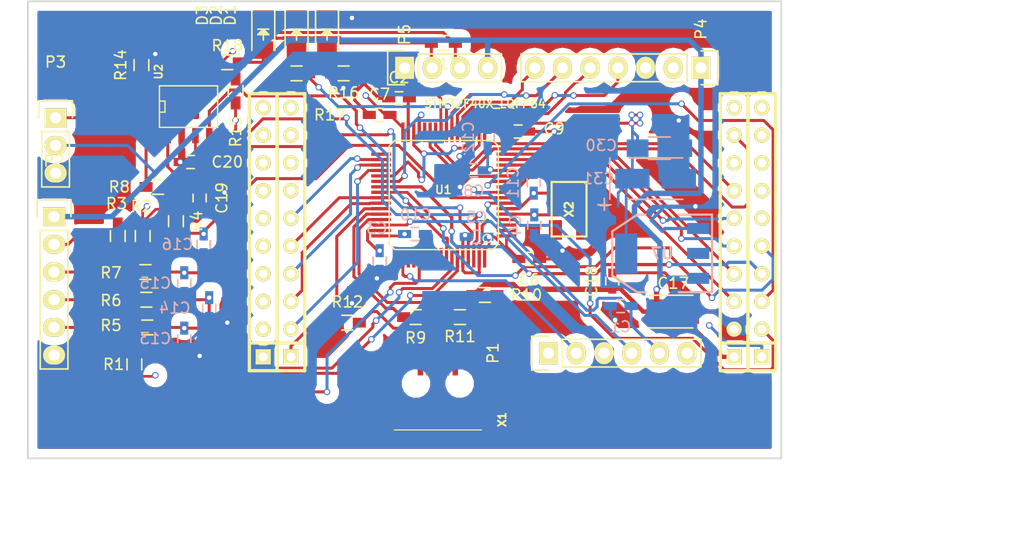
<source format=kicad_pcb>
(kicad_pcb (version 4) (host pcbnew 4.0.0-stable)
  (layers (0 F.Cu signal) (1 In1.Cu power) (2 In2.Cu power) (31 B.Cu signal) (34 B.Paste user) (35 F.Paste user) (36 B.SilkS user) (37 F.SilkS user) (38 B.Mask user) (39 F.Mask user) (44 Edge.Cuts user))
  (net 0 "")
  (net 1 GND)
  (net 2 +5V)
  (net 3 "/Power MOSFETS/CurrentA")
  (net 4 "/Power MOSFETS/CurrentB")
  (net 5 "/Power MOSFETS/CurrentC")
  (net 6 "Net-(R9-Pad1)")
  (net 7 "Net-(R11-Pad1)")
  (net 8 "Net-(R15-Pad2)")
  (net 9 "Net-(J1-Pad8)")
  (net 10 "Net-(J1-Pad9)")
  (net 11 "Net-(J1-Pad10)")
  (net 12 "Net-(J2-Pad2)")
  (net 13 "Net-(J2-Pad4)")
  (net 14 "Net-(J2-Pad6)")
  (net 15 "Net-(J2-Pad7)")
  (net 16 "Net-(J2-Pad8)")
  (net 17 "Net-(J2-Pad9)")
  (net 18 "Net-(J3-Pad10)")
  (net 19 "Net-(J4-Pad7)")
  (net 20 "Net-(J4-Pad8)")
  (net 21 "Net-(J4-Pad9)")
  (net 22 "Net-(J4-Pad10)")
  (net 23 +3V3)
  (net 24 "Net-(X1-Pad4)")
  (net 25 "Net-(R14-Pad1)")
  (net 26 "Net-(U1-Pad4)")
  (net 27 "Net-(J2-Pad3)")
  (net 28 "Net-(J2-Pad5)")
  (net 29 "Net-(C1-Pad2)")
  (net 30 "Net-(C2-Pad2)")
  (net 31 "Net-(C3-Pad2)")
  (net 32 "Net-(C4-Pad2)")
  (net 33 "Net-(C11-Pad2)")
  (net 34 "/Power MOSFETS/VBUS_SENSE")
  (net 35 "/Power MOSFETS/V_SENSE1")
  (net 36 "/Power MOSFETS/V_SENSE2")
  (net 37 "/Power MOSFETS/V_SENSE3")
  (net 38 "Net-(U1-Pad2)")
  (net 39 "Net-(U1-Pad3)")
  (net 40 "/Power MOSFETS/TEMP_MOTOR")
  (net 41 "/Power MOSFETS/ADC_TEMP")
  (net 42 "/Power MOSFETS/TX_SDA_NSS")
  (net 43 "/Power MOSFETS/SCK_ADC_EX")
  (net 44 "/Power MOSFETS/MISO_ADC_EXT")
  (net 45 "/Power MOSFETS/RX_SCL_MOSI")
  (net 46 "/Power MOSFETS/LED_RED")
  (net 47 "/Power MOSFETS/LED_GREEN")
  (net 48 "Net-(U1-Pad28)")
  (net 49 "/Power MOSFETS/DC_CAL")
  (net 50 "/Power MOSFETS/L3")
  (net 51 "/Power MOSFETS/L2")
  (net 52 "/Power MOSFETS/L1")
  (net 53 "/Power MOSFETS/H3")
  (net 54 "/Power MOSFETS/H2")
  (net 55 "/Power MOSFETS/H1")
  (net 56 "/Power MOSFETS/USB_DM")
  (net 57 "/Power MOSFETS/USB_DP")
  (net 58 "Net-(P1-Pad4)")
  (net 59 "Net-(P1-Pad2)")
  (net 60 "Net-(U1-Pad50)")
  (net 61 "/Power MOSFETS/EN_GATE")
  (net 62 "/Power MOSFETS/HALL_3")
  (net 63 "/Power MOSFETS/FAULT")
  (net 64 "Net-(U1-Pad54)")
  (net 65 "Net-(U1-Pad55)")
  (net 66 "Net-(U1-Pad56)")
  (net 67 "/Power MOSFETS/SERVO")
  (net 68 "/Power MOSFETS/HALL_1")
  (net 69 "/Power MOSFETS/HALL_2")
  (net 70 "/Power MOSFETS/CAN_RX")
  (net 71 "/Power MOSFETS/CAN_TX")
  (net 72 "Net-(P1-Pad6)")
  (net 73 "Net-(P2-Pad3)")
  (net 74 "Net-(P2-Pad4)")
  (net 75 "Net-(P2-Pad5)")
  (net 76 "Net-(P3-Pad1)")
  (net 77 "Net-(R10-Pad2)")
  (net 78 "Net-(P5-Pad2)")
  (net 79 "Net-(P5-Pad3)")
  (net 80 "Net-(R12-Pad2)")
  (net 81 "Net-(D1-Pad2)")
  (net 82 "Net-(D2-Pad2)")
  (net 83 "Net-(D3-Pad2)")
  (net 84 "/Power MOSFETS/PC1")
  (net 85 "/Power MOSFETS/PC3")
  (net 86 "/Power MOSFETS/PC8")
  (net 87 "/Power MOSFETS/PC9")
  (net 88 "/Power MOSFETS/PC13")
  (net 89 "/Power MOSFETS/PD2")
  (module CRF1:SIL-10J1 (layer F.Cu) (at 186.17441 132.928752 90)
    (fp_text reference J1 hide)
    (fp_text value Ti_Booster_40_J1 hide)
    (pad 1 thru_hole rect (at -11.43 0 90) (size 1.397 1.397) (drill 0.8128) (layers *.Cu *.Mask F.SilkS) (net 23 +3V3))
    (pad 2 thru_hole circle (at -8.89 0 90) (size 1.397 1.397) (drill 0.8128) (layers *.Cu *.Mask F.SilkS) (net 84 "/Power MOSFETS/PC1"))
    (pad 3 thru_hole circle (at -6.35 0 90) (size 1.397 1.397) (drill 0.8128) (layers *.Cu *.Mask F.SilkS) (net 85 "/Power MOSFETS/PC3"))
    (pad 4 thru_hole circle (at -3.81 0 90) (size 1.397 1.397) (drill 0.8128) (layers *.Cu *.Mask F.SilkS) (net 86 "/Power MOSFETS/PC8"))
    (pad 5 thru_hole circle (at -1.27 0 90) (size 1.397 1.397) (drill 0.8128) (layers *.Cu *.Mask F.SilkS) (net 87 "/Power MOSFETS/PC9"))
    (pad 6 thru_hole circle (at 1.27 0 90) (size 1.397 1.397) (drill 0.8128) (layers *.Cu *.Mask F.SilkS) (net 88 "/Power MOSFETS/PC13"))
    (pad 7 thru_hole circle (at 3.81 0 90) (size 1.397 1.397) (drill 0.8128) (layers *.Cu *.Mask F.SilkS) (net 89 "/Power MOSFETS/PD2"))
    (pad 8 thru_hole circle (at 6.35 0 90) (size 1.397 1.397) (drill 0.8128) (layers *.Cu *.Mask F.SilkS) (net 9 "Net-(J1-Pad8)"))
    (pad 9 thru_hole circle (at 8.89 0 90) (size 1.397 1.397) (drill 0.8128) (layers *.Cu *.Mask F.SilkS) (net 10 "Net-(J1-Pad9)"))
    (pad 10 thru_hole circle (at 11.43 0 90) (size 1.397 1.397) (drill 0.8128) (layers *.Cu *.Mask F.SilkS) (net 11 "Net-(J1-Pad10)"))
  )
  (module CRF1:SIL-10J2 (layer F.Cu) (at 140.45441 132.928752 90)
    (fp_text reference J2 hide)
    (fp_text value Ti_Booster_40_J2 hide)
    (pad 1 thru_hole rect (at -11.43 0 90) (size 1.397 1.397) (drill 0.8128) (layers *.Cu *.Mask F.SilkS) (net 1 GND))
    (pad 2 thru_hole circle (at -8.89 0 90) (size 1.397 1.397) (drill 0.8128) (layers *.Cu *.Mask F.SilkS) (net 12 "Net-(J2-Pad2)"))
    (pad 3 thru_hole circle (at -6.35 0 90) (size 1.397 1.397) (drill 0.8128) (layers *.Cu *.Mask F.SilkS) (net 27 "Net-(J2-Pad3)"))
    (pad 4 thru_hole circle (at -3.81 0 90) (size 1.397 1.397) (drill 0.8128) (layers *.Cu *.Mask F.SilkS) (net 13 "Net-(J2-Pad4)"))
    (pad 5 thru_hole circle (at -1.27 0 90) (size 1.397 1.397) (drill 0.8128) (layers *.Cu *.Mask F.SilkS) (net 28 "Net-(J2-Pad5)"))
    (pad 6 thru_hole circle (at 1.27 0 90) (size 1.397 1.397) (drill 0.8128) (layers *.Cu *.Mask F.SilkS) (net 14 "Net-(J2-Pad6)"))
    (pad 7 thru_hole circle (at 3.81 0 90) (size 1.397 1.397) (drill 0.8128) (layers *.Cu *.Mask F.SilkS) (net 15 "Net-(J2-Pad7)"))
    (pad 8 thru_hole circle (at 6.35 0 90) (size 1.397 1.397) (drill 0.8128) (layers *.Cu *.Mask F.SilkS) (net 16 "Net-(J2-Pad8)"))
    (pad 9 thru_hole circle (at 8.89 0 90) (size 1.397 1.397) (drill 0.8128) (layers *.Cu *.Mask F.SilkS) (net 17 "Net-(J2-Pad9)"))
    (pad 10 thru_hole circle (at 11.43 0 90) (size 1.397 1.397) (drill 0.8128) (layers *.Cu *.Mask F.SilkS) (net 41 "/Power MOSFETS/ADC_TEMP"))
  )
  (module CRF1:SIL-10J3 (layer F.Cu) (at 183.63441 132.928752 90)
    (fp_text reference J3 hide)
    (fp_text value Ti_Booster_40_J3 hide)
    (pad 1 thru_hole rect (at -11.43 0 90) (size 1.397 1.397) (drill 0.8128) (layers *.Cu *.Mask F.SilkS) (net 2 +5V))
    (pad 2 thru_hole circle (at -8.89 0 90) (size 1.397 1.397) (drill 0.8128) (layers *.Cu *.Mask F.SilkS) (net 1 GND))
    (pad 3 thru_hole circle (at -6.35 0 90) (size 1.397 1.397) (drill 0.8128) (layers *.Cu *.Mask F.SilkS) (net 34 "/Power MOSFETS/VBUS_SENSE"))
    (pad 4 thru_hole circle (at -3.81 0 90) (size 1.397 1.397) (drill 0.8128) (layers *.Cu *.Mask F.SilkS) (net 35 "/Power MOSFETS/V_SENSE1"))
    (pad 5 thru_hole circle (at -1.27 0 90) (size 1.397 1.397) (drill 0.8128) (layers *.Cu *.Mask F.SilkS) (net 36 "/Power MOSFETS/V_SENSE2"))
    (pad 6 thru_hole circle (at 1.27 0 90) (size 1.397 1.397) (drill 0.8128) (layers *.Cu *.Mask F.SilkS) (net 37 "/Power MOSFETS/V_SENSE3"))
    (pad 7 thru_hole circle (at 3.81 0 90) (size 1.397 1.397) (drill 0.8128) (layers *.Cu *.Mask F.SilkS) (net 3 "/Power MOSFETS/CurrentA"))
    (pad 8 thru_hole circle (at 6.35 0 90) (size 1.397 1.397) (drill 0.8128) (layers *.Cu *.Mask F.SilkS) (net 4 "/Power MOSFETS/CurrentB"))
    (pad 9 thru_hole circle (at 8.89 0 90) (size 1.397 1.397) (drill 0.8128) (layers *.Cu *.Mask F.SilkS) (net 5 "/Power MOSFETS/CurrentC"))
    (pad 10 thru_hole circle (at 11.43 0 90) (size 1.397 1.397) (drill 0.8128) (layers *.Cu *.Mask F.SilkS) (net 18 "Net-(J3-Pad10)"))
  )
  (module CRF1:SIL-10J4 (layer F.Cu) (at 142.99441 132.928752 90)
    (fp_text reference J4 hide)
    (fp_text value Ti_Booster_40_J4 hide)
    (pad 1 thru_hole rect (at -11.43 0 90) (size 1.397 1.397) (drill 0.8128) (layers *.Cu *.Mask F.SilkS) (net 55 "/Power MOSFETS/H1"))
    (pad 2 thru_hole circle (at -8.89 0 90) (size 1.397 1.397) (drill 0.8128) (layers *.Cu *.Mask F.SilkS) (net 52 "/Power MOSFETS/L1"))
    (pad 3 thru_hole circle (at -6.35 0 90) (size 1.397 1.397) (drill 0.8128) (layers *.Cu *.Mask F.SilkS) (net 54 "/Power MOSFETS/H2"))
    (pad 4 thru_hole circle (at -3.81 0 90) (size 1.397 1.397) (drill 0.8128) (layers *.Cu *.Mask F.SilkS) (net 51 "/Power MOSFETS/L2"))
    (pad 5 thru_hole circle (at -1.27 0 90) (size 1.397 1.397) (drill 0.8128) (layers *.Cu *.Mask F.SilkS) (net 53 "/Power MOSFETS/H3"))
    (pad 6 thru_hole circle (at 1.27 0 90) (size 1.397 1.397) (drill 0.8128) (layers *.Cu *.Mask F.SilkS) (net 50 "/Power MOSFETS/L3"))
    (pad 7 thru_hole circle (at 3.81 0 90) (size 1.397 1.397) (drill 0.8128) (layers *.Cu *.Mask F.SilkS) (net 19 "Net-(J4-Pad7)"))
    (pad 8 thru_hole circle (at 6.35 0 90) (size 1.397 1.397) (drill 0.8128) (layers *.Cu *.Mask F.SilkS) (net 20 "Net-(J4-Pad8)"))
    (pad 9 thru_hole circle (at 8.89 0 90) (size 1.397 1.397) (drill 0.8128) (layers *.Cu *.Mask F.SilkS) (net 21 "Net-(J4-Pad9)"))
    (pad 10 thru_hole circle (at 11.43 0 90) (size 1.397 1.397) (drill 0.8128) (layers *.Cu *.Mask F.SilkS) (net 22 "Net-(J4-Pad10)"))
  )
  (module Capacitors_SMD:C_0603_HandSoldering (layer B.Cu) (at 173.228 139.7)
    (fp_text reference C1 (at 0 1.9) (layer B.SilkS) (effects (justify mirror)))
    (fp_text value 100pf)
    (pad 1 smd rect (at -0.95 0) (size 1.2 0.75) (layers B.Cu B.Paste B.Mask) (net 1 GND))
    (pad 2 smd rect (at 0.95 0) (size 1.2 0.75) (layers B.Cu B.Paste B.Mask) (net 29 "Net-(C1-Pad2)"))
  )
  (module Capacitors_SMD:C_0603_HandSoldering (layer F.Cu) (at 152.908 120.65)
    (fp_text reference C2 (at 0 -1.9) (layer F.SilkS))
    (fp_text value 2.2uf)
    (pad 1 smd rect (at -0.95 0) (size 1.2 0.75) (layers F.Cu F.Paste F.Mask) (net 1 GND))
    (pad 2 smd rect (at 0.95 0) (size 1.2 0.75) (layers F.Cu F.Paste F.Mask) (net 30 "Net-(C2-Pad2)"))
  )
  (module Capacitors_SMD:C_0603_HandSoldering (layer B.Cu) (at 151.13 135.57 90)
    (fp_text reference C3 (at 2.982 -0.254 360) (layer B.SilkS) (effects (justify mirror)))
    (fp_text value 2.2uf)
    (pad 1 smd rect (at -0.95 0 90) (size 1.2 0.75) (layers B.Cu B.Paste B.Mask) (net 1 GND))
    (pad 2 smd rect (at 0.95 0 90) (size 1.2 0.75) (layers B.Cu B.Paste B.Mask) (net 31 "Net-(C3-Pad2)"))
  )
  (module Capacitors_SMD:C_0603_HandSoldering (layer B.Cu) (at 165.31 132.29 90)
    (fp_text reference C4 (at 0 -1.734 90) (layer B.SilkS) (effects (justify mirror)))
    (fp_text value 15pf)
    (pad 1 smd rect (at -0.95 0 90) (size 1.2 0.75) (layers B.Cu B.Paste B.Mask) (net 1 GND))
    (pad 2 smd rect (at 0.95 0 90) (size 1.2 0.75) (layers B.Cu B.Paste B.Mask) (net 32 "Net-(C4-Pad2)"))
  )
  (module Capacitors_SMD:C_0603_HandSoldering (layer B.Cu) (at 160.02 133.35)
    (fp_text reference C5 (at 0 -1.778) (layer B.SilkS) (effects (justify mirror)))
    (fp_text value 2.2uf)
    (pad 1 smd rect (at -0.95 0) (size 1.2 0.75) (layers B.Cu B.Paste B.Mask) (net 1 GND))
    (pad 2 smd rect (at 0.95 0) (size 1.2 0.75) (layers B.Cu B.Paste B.Mask) (net 23 +3V3))
  )
  (module Capacitors_SMD:C_0603_HandSoldering (layer F.Cu) (at 164.846 135.382 180)
    (fp_text reference C6 (at 0 -1.9 180) (layer F.SilkS))
    (fp_text value 2.2uf)
    (pad 1 smd rect (at -0.95 0 180) (size 1.2 0.75) (layers F.Cu F.Paste F.Mask) (net 1 GND))
    (pad 2 smd rect (at 0.95 0 180) (size 1.2 0.75) (layers F.Cu F.Paste F.Mask) (net 23 +3V3))
  )
  (module Capacitors_SMD:C_0603_HandSoldering (layer B.Cu) (at 159.766 127.254)
    (fp_text reference C8 (at 0 1.9) (layer B.SilkS) (effects (justify mirror)))
    (fp_text value 2.2uf)
    (pad 1 smd rect (at -0.95 0) (size 1.2 0.75) (layers B.Cu B.Paste B.Mask) (net 1 GND))
    (pad 2 smd rect (at 0.95 0) (size 1.2 0.75) (layers B.Cu B.Paste B.Mask) (net 23 +3V3))
  )
  (module Capacitors_SMD:C_0603_HandSoldering (layer F.Cu) (at 163.83 123.698 180)
    (fp_text reference C9 (at -3.302 0.254 180) (layer F.SilkS))
    (fp_text value 2.2uf)
    (pad 1 smd rect (at -0.95 0 180) (size 1.2 0.75) (layers F.Cu F.Paste F.Mask) (net 1 GND))
    (pad 2 smd rect (at 0.95 0 180) (size 1.2 0.75) (layers F.Cu F.Paste F.Mask) (net 23 +3V3))
  )
  (module Capacitors_SMD:C_0603_HandSoldering (layer B.Cu) (at 154.366 133.096)
    (fp_text reference C10 (at 0.066 -1.778) (layer B.SilkS) (effects (justify mirror)))
    (fp_text value 2.2uf)
    (pad 1 smd rect (at -0.95 0) (size 1.2 0.75) (layers B.Cu B.Paste B.Mask) (net 23 +3V3))
    (pad 2 smd rect (at 0.95 0) (size 1.2 0.75) (layers B.Cu B.Paste B.Mask) (net 1 GND))
  )
  (module Capacitors_SMD:C_0603_HandSoldering (layer B.Cu) (at 165.26 128.4 270)
    (fp_text reference C11 (at 0 1.9 270) (layer B.SilkS) (effects (justify mirror)))
    (fp_text value 15pf)
    (pad 1 smd rect (at -0.95 0 270) (size 1.2 0.75) (layers B.Cu B.Paste B.Mask) (net 1 GND))
    (pad 2 smd rect (at 0.95 0 270) (size 1.2 0.75) (layers B.Cu B.Paste B.Mask) (net 33 "Net-(C11-Pad2)"))
  )
  (module Capacitors_Tantalum_SMD:TantalC_SizeB_EIA-3528_Reflow (layer F.Cu) (at 178.054 140.208)
    (fp_text reference C17 (at 0 -2.6) (layer F.SilkS))
    (fp_text value 100uf)
    (pad 2 smd rect (at 1.46 0) (size 1.8 2.23) (layers F.Cu F.Paste F.Mask) (net 1 GND))
    (pad 1 smd rect (at -1.46 0) (size 1.8 2.23) (layers F.Cu F.Paste F.Mask) (net 2 +5V))
  )
  (module Capacitors_Tantalum_SMD:TantalC_SizeB_EIA-3528_HandSoldering (layer B.Cu) (at 176.43602 128.016)
    (fp_text reference C31 (at -5.24002 0) (layer B.SilkS) (effects (justify mirror)))
    (fp_text value 100uf)
    (fp_text user + (at -4.70154 2.4003) (layer B.SilkS) (effects (justify mirror)))
    (pad 2 smd rect (at 2.12598 0) (size 3.1496 1.80086) (layers B.Cu B.Paste B.Mask) (net 1 GND))
    (pad 1 smd rect (at -2.12598 0) (size 3.1496 1.80086) (layers B.Cu B.Paste B.Mask) (net 23 +3V3))
  )
  (module CRF1:SOT-223 (layer B.Cu) (at 177.038 134.874 270)
    (fp_text reference U7 (at 0 0 360) (layer B.SilkS) (effects (font (size 1.016 1.016) (thickness 0.2032)) (justify mirror)))
    (fp_text value NCP1117ST33T3G hide)
    (pad 2 smd rect (at 0 3.302 270) (size 3.6576 2.032) (layers B.Cu B.Paste B.Mask) (net 23 +3V3))
    (pad 2 smd rect (at 0 -3.302 270) (size 1.016 2.032) (layers B.Cu B.Paste B.Mask))
    (pad 3 smd rect (at 2.286 -3.302 270) (size 1.016 2.032) (layers B.Cu B.Paste B.Mask) (net 2 +5V))
    (pad 1 smd rect (at -2.286 -3.302 270) (size 1.016 2.032) (layers B.Cu B.Paste B.Mask) (net 1 GND))
  )
  (module CRF1:Crystal_5x3mm (layer F.Cu) (at 168.5 130.82 90)
    (fp_text reference X2 (at 0 0 90) (layer F.SilkS) (effects (font (size 0.762 0.762) (thickness 0.1905))))
    (fp_text value "8MHz 10ppm" hide)
    (pad 4 smd rect (at -1.89992 -1.24968 90) (size 1.80086 1.19888) (layers F.Cu F.Paste F.Mask))
    (pad 1 smd rect (at -1.89992 1.24968 90) (size 1.80086 1.19888) (layers F.Cu F.Paste F.Mask) (net 32 "Net-(C4-Pad2)"))
    (pad 3 smd rect (at 1.89992 1.24968 90) (size 1.80086 1.19888) (layers F.Cu F.Paste F.Mask) (net 1 GND))
    (pad 2 smd rect (at 1.89992 -1.24968 90) (size 1.80086 1.19888) (layers F.Cu F.Paste F.Mask) (net 33 "Net-(C11-Pad2)"))
  )
  (module CRF1:lqfp64_pad_mod_hand (layer F.Cu) (at 157.01 129.52 90)
    (fp_text reference U1 (at 0.488 -0.038 180) (layer F.SilkS) (effects (font (size 0.7493 0.7493) (thickness 0.14986))))
    (fp_text value STM32F40X_LQFP64 (at 8.362 3.772 180) (layer F.SilkS) (effects (font (size 0.7493 0.7493) (thickness 0.14986))))
    (pad 4 smd rect (at -2.25044 5.75056 90) (size 0.3 1.8) (layers F.Cu F.Paste F.Mask) (net 26 "Net-(U1-Pad4)"))
    (pad 5 smd rect (at -1.75006 5.75056 90) (size 0.3 1.8) (layers F.Cu F.Paste F.Mask) (net 32 "Net-(C4-Pad2)"))
    (pad 6 smd rect (at -1.24968 5.75056 90) (size 0.3 1.8) (layers F.Cu F.Paste F.Mask) (net 33 "Net-(C11-Pad2)"))
    (pad 7 smd rect (at -0.7493 5.75056 90) (size 0.3 1.8) (layers F.Cu F.Paste F.Mask) (net 29 "Net-(C1-Pad2)"))
    (pad 8 smd rect (at -0.24892 5.75056 90) (size 0.3 1.8) (layers F.Cu F.Paste F.Mask) (net 40 "/Power MOSFETS/TEMP_MOTOR"))
    (pad 1 smd rect (at -3.74904 5.75056 90) (size 0.3 1.8) (layers F.Cu F.Paste F.Mask) (net 23 +3V3))
    (pad 2 smd rect (at -3.2512 5.75056 90) (size 0.3 1.8) (layers F.Cu F.Paste F.Mask) (net 38 "Net-(U1-Pad2)"))
    (pad 3 smd rect (at -2.75082 5.75056 90) (size 0.3 1.8) (layers F.Cu F.Paste F.Mask) (net 39 "Net-(U1-Pad3)"))
    (pad 17 smd rect (at 5.75056 3.74904 90) (size 1.8 0.3) (layers F.Cu F.Paste F.Mask) (net 41 "/Power MOSFETS/ADC_TEMP"))
    (pad 18 smd rect (at 5.75056 3.2512 90) (size 1.8 0.3) (layers F.Cu F.Paste F.Mask) (net 1 GND))
    (pad 19 smd rect (at 5.75056 2.75082 90) (size 1.8 0.3) (layers F.Cu F.Paste F.Mask) (net 23 +3V3))
    (pad 20 smd rect (at 5.75056 2.25044 90) (size 1.8 0.3) (layers F.Cu F.Paste F.Mask) (net 42 "/Power MOSFETS/TX_SDA_NSS"))
    (pad 21 smd rect (at 5.75056 1.75006 90) (size 1.8 0.3) (layers F.Cu F.Paste F.Mask) (net 43 "/Power MOSFETS/SCK_ADC_EX"))
    (pad 22 smd rect (at 5.75056 1.24968 90) (size 1.8 0.3) (layers F.Cu F.Paste F.Mask) (net 44 "/Power MOSFETS/MISO_ADC_EXT"))
    (pad 23 smd rect (at 5.75056 0.7493 90) (size 1.8 0.3) (layers F.Cu F.Paste F.Mask) (net 45 "/Power MOSFETS/RX_SCL_MOSI"))
    (pad 24 smd rect (at 5.75056 0.24892 90) (size 1.8 0.3) (layers F.Cu F.Paste F.Mask) (net 46 "/Power MOSFETS/LED_RED"))
    (pad 33 smd rect (at 3.74904 -5.75056 90) (size 0.3 1.8) (layers F.Cu F.Paste F.Mask) (net 49 "/Power MOSFETS/DC_CAL"))
    (pad 34 smd rect (at 3.2512 -5.75056 90) (size 0.3 1.8) (layers F.Cu F.Paste F.Mask) (net 50 "/Power MOSFETS/L3"))
    (pad 35 smd rect (at 2.75082 -5.75056 90) (size 0.3 1.8) (layers F.Cu F.Paste F.Mask) (net 51 "/Power MOSFETS/L2"))
    (pad 36 smd rect (at 2.25044 -5.75056 90) (size 0.3 1.8) (layers F.Cu F.Paste F.Mask) (net 52 "/Power MOSFETS/L1"))
    (pad 37 smd rect (at 1.75006 -5.75056 90) (size 0.3 1.8) (layers F.Cu F.Paste F.Mask) (net 42 "/Power MOSFETS/TX_SDA_NSS"))
    (pad 38 smd rect (at 1.24968 -5.75056 90) (size 0.3 1.8) (layers F.Cu F.Paste F.Mask) (net 45 "/Power MOSFETS/RX_SCL_MOSI"))
    (pad 39 smd rect (at 0.7493 -5.75056 90) (size 0.3 1.8) (layers F.Cu F.Paste F.Mask) (net 86 "/Power MOSFETS/PC8"))
    (pad 40 smd rect (at 0.24892 -5.75056 90) (size 0.3 1.8) (layers F.Cu F.Paste F.Mask) (net 87 "/Power MOSFETS/PC9"))
    (pad 49 smd rect (at -5.75056 -3.74904 90) (size 1.8 0.3) (layers F.Cu F.Paste F.Mask) (net 59 "Net-(P1-Pad2)"))
    (pad 50 smd rect (at -5.75056 -3.2512 90) (size 1.8 0.3) (layers F.Cu F.Paste F.Mask) (net 60 "Net-(U1-Pad50)"))
    (pad 51 smd rect (at -5.75056 -2.75082 90) (size 1.8 0.3) (layers F.Cu F.Paste F.Mask) (net 61 "/Power MOSFETS/EN_GATE"))
    (pad 52 smd rect (at -5.75056 -2.25044 90) (size 1.8 0.3) (layers F.Cu F.Paste F.Mask) (net 62 "/Power MOSFETS/HALL_3"))
    (pad 53 smd rect (at -5.75056 -1.75006 90) (size 1.8 0.3) (layers F.Cu F.Paste F.Mask) (net 63 "/Power MOSFETS/FAULT"))
    (pad 54 smd rect (at -5.75056 -1.24968 90) (size 1.8 0.3) (layers F.Cu F.Paste F.Mask) (net 64 "Net-(U1-Pad54)"))
    (pad 55 smd rect (at -5.75056 -0.7493 90) (size 1.8 0.3) (layers F.Cu F.Paste F.Mask) (net 65 "Net-(U1-Pad55)"))
    (pad 56 smd rect (at -5.75056 -0.24892 90) (size 1.8 0.3) (layers F.Cu F.Paste F.Mask) (net 66 "Net-(U1-Pad56)"))
    (pad 9 smd rect (at 0.24892 5.75056 90) (size 0.3 1.8) (layers F.Cu F.Paste F.Mask) (net 84 "/Power MOSFETS/PC1"))
    (pad 10 smd rect (at 0.7493 5.75056 90) (size 0.3 1.8) (layers F.Cu F.Paste F.Mask) (net 34 "/Power MOSFETS/VBUS_SENSE"))
    (pad 11 smd rect (at 1.24968 5.75056 90) (size 0.3 1.8) (layers F.Cu F.Paste F.Mask) (net 85 "/Power MOSFETS/PC3"))
    (pad 25 smd rect (at 5.75056 -0.24892 90) (size 1.8 0.3) (layers F.Cu F.Paste F.Mask) (net 47 "/Power MOSFETS/LED_GREEN"))
    (pad 26 smd rect (at 5.75056 -0.7493 90) (size 1.8 0.3) (layers F.Cu F.Paste F.Mask) (net 3 "/Power MOSFETS/CurrentA"))
    (pad 27 smd rect (at 5.75056 -1.24968 90) (size 1.8 0.3) (layers F.Cu F.Paste F.Mask) (net 5 "/Power MOSFETS/CurrentC"))
    (pad 41 smd rect (at -0.24892 -5.75056 90) (size 0.3 1.8) (layers F.Cu F.Paste F.Mask) (net 53 "/Power MOSFETS/H3"))
    (pad 42 smd rect (at -0.7493 -5.75056 90) (size 0.3 1.8) (layers F.Cu F.Paste F.Mask) (net 54 "/Power MOSFETS/H2"))
    (pad 43 smd rect (at -1.24968 -5.75056 90) (size 0.3 1.8) (layers F.Cu F.Paste F.Mask) (net 55 "/Power MOSFETS/H1"))
    (pad 57 smd rect (at -5.75056 0.24892 90) (size 1.8 0.3) (layers F.Cu F.Paste F.Mask) (net 67 "/Power MOSFETS/SERVO"))
    (pad 58 smd rect (at -5.75056 0.7493 90) (size 1.8 0.3) (layers F.Cu F.Paste F.Mask) (net 68 "/Power MOSFETS/HALL_1"))
    (pad 59 smd rect (at -5.75056 1.24968 90) (size 1.8 0.3) (layers F.Cu F.Paste F.Mask) (net 69 "/Power MOSFETS/HALL_2"))
    (pad 12 smd rect (at 1.75006 5.75056 90) (size 0.3 1.8) (layers F.Cu F.Paste F.Mask) (net 1 GND))
    (pad 13 smd rect (at 2.25044 5.75056 90) (size 0.3 1.8) (layers F.Cu F.Paste F.Mask) (net 23 +3V3))
    (pad 14 smd rect (at 2.75082 5.75056 90) (size 0.3 1.8) (layers F.Cu F.Paste F.Mask) (net 37 "/Power MOSFETS/V_SENSE3"))
    (pad 15 smd rect (at 3.2512 5.75056 90) (size 0.3 1.8) (layers F.Cu F.Paste F.Mask) (net 36 "/Power MOSFETS/V_SENSE2"))
    (pad 16 smd rect (at 3.74904 5.75056 90) (size 0.3 1.8) (layers F.Cu F.Paste F.Mask) (net 35 "/Power MOSFETS/V_SENSE1"))
    (pad 28 smd rect (at 5.75056 -1.75006 90) (size 1.8 0.3) (layers F.Cu F.Paste F.Mask) (net 48 "Net-(U1-Pad28)"))
    (pad 29 smd rect (at 5.75056 -2.25044 90) (size 1.8 0.3) (layers F.Cu F.Paste F.Mask) (net 45 "/Power MOSFETS/RX_SCL_MOSI"))
    (pad 30 smd rect (at 5.75056 -2.75082 90) (size 1.8 0.3) (layers F.Cu F.Paste F.Mask) (net 42 "/Power MOSFETS/TX_SDA_NSS"))
    (pad 31 smd rect (at 5.75056 -3.2512 90) (size 1.8 0.3) (layers F.Cu F.Paste F.Mask) (net 30 "Net-(C2-Pad2)"))
    (pad 32 smd rect (at 5.75056 -3.74904 90) (size 1.8 0.3) (layers F.Cu F.Paste F.Mask) (net 23 +3V3))
    (pad 44 smd rect (at -1.75006 -5.75056 90) (size 0.3 1.8) (layers F.Cu F.Paste F.Mask) (net 56 "/Power MOSFETS/USB_DM"))
    (pad 45 smd rect (at -2.25044 -5.75056 90) (size 0.3 1.8) (layers F.Cu F.Paste F.Mask) (net 57 "/Power MOSFETS/USB_DP"))
    (pad 46 smd rect (at -2.75082 -5.75056 90) (size 0.3 1.8) (layers F.Cu F.Paste F.Mask) (net 58 "Net-(P1-Pad4)"))
    (pad 47 smd rect (at -3.2512 -5.75056 90) (size 0.3 1.8) (layers F.Cu F.Paste F.Mask) (net 31 "Net-(C3-Pad2)"))
    (pad 48 smd rect (at -3.74904 -5.75056 90) (size 0.3 1.8) (layers F.Cu F.Paste F.Mask) (net 23 +3V3))
    (pad 60 smd rect (at -5.75056 1.75006 90) (size 1.8 0.3) (layers F.Cu F.Paste F.Mask) (net 1 GND))
    (pad 61 smd rect (at -5.75056 2.25044 90) (size 1.8 0.3) (layers F.Cu F.Paste F.Mask) (net 70 "/Power MOSFETS/CAN_RX"))
    (pad 62 smd rect (at -5.75056 2.75082 90) (size 1.8 0.3) (layers F.Cu F.Paste F.Mask) (net 71 "/Power MOSFETS/CAN_TX"))
    (pad 63 smd rect (at -5.75056 3.2512 90) (size 1.8 0.3) (layers F.Cu F.Paste F.Mask) (net 1 GND))
    (pad 64 smd rect (at -5.75056 3.74904 90) (size 1.8 0.3) (layers F.Cu F.Paste F.Mask) (net 23 +3V3))
  )
  (module Capacitors_SMD:C_0603_HandSoldering (layer B.Cu) (at 133.21133 142.677304 270)
    (fp_text reference C13 (at 0 2.65533 360) (layer B.SilkS) (effects (justify mirror)))
    (fp_text value 4.7nf)
    (pad 1 smd rect (at -0.95 0 270) (size 1.2 0.75) (layers B.Cu B.Paste B.Mask) (net 62 "/Power MOSFETS/HALL_3"))
    (pad 2 smd rect (at 0.95 0 270) (size 1.2 0.75) (layers B.Cu B.Paste B.Mask) (net 1 GND))
  )
  (module Capacitors_SMD:C_0603_HandSoldering (layer B.Cu) (at 135.49733 139.883304 270)
    (fp_text reference C14 (at 0 3.16333 360) (layer B.SilkS) (effects (justify mirror)))
    (fp_text value 4.7nf)
    (pad 1 smd rect (at -0.95 0 270) (size 1.2 0.75) (layers B.Cu B.Paste B.Mask) (net 69 "/Power MOSFETS/HALL_2"))
    (pad 2 smd rect (at 0.95 0 270) (size 1.2 0.75) (layers B.Cu B.Paste B.Mask) (net 1 GND))
  )
  (module Capacitors_SMD:C_0603_HandSoldering (layer B.Cu) (at 133.21133 137.597304 270)
    (fp_text reference C15 (at 0 2.65533 360) (layer B.SilkS) (effects (justify mirror)))
    (fp_text value 4.7nf)
    (pad 1 smd rect (at -0.95 0 270) (size 1.2 0.75) (layers B.Cu B.Paste B.Mask) (net 68 "/Power MOSFETS/HALL_1"))
    (pad 2 smd rect (at 0.95 0 270) (size 1.2 0.75) (layers B.Cu B.Paste B.Mask) (net 1 GND))
  )
  (module Capacitors_SMD:C_0603_HandSoldering (layer B.Cu) (at 134.98933 134.041304 270)
    (fp_text reference C16 (at 0 2.40133 360) (layer B.SilkS) (effects (justify mirror)))
    (fp_text value 4.7nf)
    (pad 1 smd rect (at -0.95 0 270) (size 1.2 0.75) (layers B.Cu B.Paste B.Mask) (net 40 "/Power MOSFETS/TEMP_MOTOR"))
    (pad 2 smd rect (at 0.95 0 270) (size 1.2 0.75) (layers B.Cu B.Paste B.Mask) (net 1 GND))
  )
  (module Pin_Headers:Pin_Header_Straight_1x06 (layer F.Cu) (at 166.624 144.018 90)
    (fp_text reference P1 (at 0 -5.1 90) (layer F.SilkS))
    (fp_text value CONN_01X06)
    (pad 1 thru_hole rect (at 0 0 90) (size 2.032 1.7272) (drill 1.016) (layers *.Cu *.Mask F.SilkS) (net 23 +3V3))
    (pad 2 thru_hole oval (at 0 2.54 90) (size 2.032 1.7272) (drill 1.016) (layers *.Cu *.Mask F.SilkS) (net 59 "Net-(P1-Pad2)"))
    (pad 3 thru_hole oval (at 0 5.08 90) (size 2.032 1.7272) (drill 1.016) (layers *.Cu *.Mask F.SilkS) (net 1 GND))
    (pad 4 thru_hole oval (at 0 7.62 90) (size 2.032 1.7272) (drill 1.016) (layers *.Cu *.Mask F.SilkS) (net 58 "Net-(P1-Pad4)"))
    (pad 5 thru_hole oval (at 0 10.16 90) (size 2.032 1.7272) (drill 1.016) (layers *.Cu *.Mask F.SilkS) (net 29 "Net-(C1-Pad2)"))
    (pad 6 thru_hole oval (at 0 12.7 90) (size 2.032 1.7272) (drill 1.016) (layers *.Cu *.Mask F.SilkS) (net 72 "Net-(P1-Pad6)"))
  )
  (module Pin_Headers:Pin_Header_Straight_1x06 (layer F.Cu) (at 121.27333 131.501304)
    (fp_text reference P2 (at 0 -5.1) (layer F.SilkS))
    (fp_text value CONN_01X06)
    (pad 1 thru_hole rect (at 0 0) (size 2.032 1.7272) (drill 1.016) (layers *.Cu *.Mask F.SilkS) (net 2 +5V))
    (pad 2 thru_hole oval (at 0 2.54) (size 2.032 1.7272) (drill 1.016) (layers *.Cu *.Mask F.SilkS) (net 40 "/Power MOSFETS/TEMP_MOTOR"))
    (pad 3 thru_hole oval (at 0 5.08) (size 2.032 1.7272) (drill 1.016) (layers *.Cu *.Mask F.SilkS) (net 73 "Net-(P2-Pad3)"))
    (pad 4 thru_hole oval (at 0 7.62) (size 2.032 1.7272) (drill 1.016) (layers *.Cu *.Mask F.SilkS) (net 74 "Net-(P2-Pad4)"))
    (pad 5 thru_hole oval (at 0 10.16) (size 2.032 1.7272) (drill 1.016) (layers *.Cu *.Mask F.SilkS) (net 75 "Net-(P2-Pad5)"))
    (pad 6 thru_hole oval (at 0 12.7) (size 2.032 1.7272) (drill 1.016) (layers *.Cu *.Mask F.SilkS) (net 1 GND))
  )
  (module Resistors_SMD:R_0603_HandSoldering (layer F.Cu) (at 128.63933 145.047304 90)
    (fp_text reference R1 (at 0 -1.9 180) (layer F.SilkS))
    (fp_text value 2k)
    (pad 1 smd rect (at -1.1 0 90) (size 1.2 0.9) (layers F.Cu F.Paste F.Mask) (net 23 +3V3))
    (pad 2 smd rect (at 1.1 0 90) (size 1.2 0.9) (layers F.Cu F.Paste F.Mask) (net 75 "Net-(P2-Pad5)"))
  )
  (module Resistors_SMD:R_0603_HandSoldering (layer F.Cu) (at 129.40133 133.279304 270)
    (fp_text reference R2 (at -2.723304 0.11533 360) (layer F.SilkS))
    (fp_text value 2k)
    (pad 1 smd rect (at -1.1 0 270) (size 1.2 0.9) (layers F.Cu F.Paste F.Mask) (net 23 +3V3))
    (pad 2 smd rect (at 1.1 0 270) (size 1.2 0.9) (layers F.Cu F.Paste F.Mask) (net 74 "Net-(P2-Pad4)"))
  )
  (module Resistors_SMD:R_0603_HandSoldering (layer F.Cu) (at 127.11533 133.279304 270)
    (fp_text reference R3 (at -2.977304 0.11533 360) (layer F.SilkS))
    (fp_text value 2k)
    (pad 1 smd rect (at -1.1 0 270) (size 1.2 0.9) (layers F.Cu F.Paste F.Mask) (net 23 +3V3))
    (pad 2 smd rect (at 1.1 0 270) (size 1.2 0.9) (layers F.Cu F.Paste F.Mask) (net 73 "Net-(P2-Pad3)"))
  )
  (module Resistors_SMD:R_0603_HandSoldering (layer F.Cu) (at 132.44933 131.925304 270)
    (fp_text reference R4 (at 0 -1.9 270) (layer F.SilkS))
    (fp_text value 10k)
    (pad 1 smd rect (at -1.1 0 270) (size 1.2 0.9) (layers F.Cu F.Paste F.Mask) (net 23 +3V3))
    (pad 2 smd rect (at 1.1 0 270) (size 1.2 0.9) (layers F.Cu F.Paste F.Mask) (net 40 "/Power MOSFETS/TEMP_MOTOR"))
  )
  (module Resistors_SMD:R_0603_HandSoldering (layer F.Cu) (at 129.82533 141.661304 180)
    (fp_text reference R5 (at 3.33333 0.183304 180) (layer F.SilkS))
    (fp_text value 10k)
    (pad 1 smd rect (at -1.1 0 180) (size 1.2 0.9) (layers F.Cu F.Paste F.Mask) (net 62 "/Power MOSFETS/HALL_3"))
    (pad 2 smd rect (at 1.1 0 180) (size 1.2 0.9) (layers F.Cu F.Paste F.Mask) (net 75 "Net-(P2-Pad5)"))
  )
  (module Resistors_SMD:R_0603_HandSoldering (layer F.Cu) (at 129.73933 139.121304 180)
    (fp_text reference R6 (at 3.24733 -0.070696 180) (layer F.SilkS))
    (fp_text value 10k)
    (pad 1 smd rect (at -1.1 0 180) (size 1.2 0.9) (layers F.Cu F.Paste F.Mask) (net 69 "/Power MOSFETS/HALL_2"))
    (pad 2 smd rect (at 1.1 0 180) (size 1.2 0.9) (layers F.Cu F.Paste F.Mask) (net 74 "Net-(P2-Pad4)"))
  )
  (module Resistors_SMD:R_0603_HandSoldering (layer F.Cu) (at 129.65533 136.581304 180)
    (fp_text reference R7 (at 3.16333 -0.070696 180) (layer F.SilkS))
    (fp_text value 10k)
    (pad 1 smd rect (at -1.1 0 180) (size 1.2 0.9) (layers F.Cu F.Paste F.Mask) (net 68 "/Power MOSFETS/HALL_1"))
    (pad 2 smd rect (at 1.1 0 180) (size 1.2 0.9) (layers F.Cu F.Paste F.Mask) (net 73 "Net-(P2-Pad3)"))
  )
  (module Capacitors_SMD:C_0603_HandSoldering (layer F.Cu) (at 134.62 129.794 90)
    (fp_text reference C19 (at 0 2.032 90) (layer F.SilkS))
    (fp_text value 100nf)
    (pad 1 smd rect (at -0.95 0 90) (size 1.2 0.75) (layers F.Cu F.Paste F.Mask) (net 1 GND))
    (pad 2 smd rect (at 0.95 0 90) (size 1.2 0.75) (layers F.Cu F.Paste F.Mask) (net 67 "/Power MOSFETS/SERVO"))
  )
  (module Pin_Headers:Pin_Header_Straight_1x03 (layer F.Cu) (at 121.412 122.428)
    (fp_text reference P3 (at 0 -5.1) (layer F.SilkS))
    (fp_text value CONN_01X03)
    (pad 1 thru_hole rect (at 0 0) (size 2.032 1.7272) (drill 1.016) (layers *.Cu *.Mask F.SilkS) (net 76 "Net-(P3-Pad1)"))
    (pad 2 thru_hole oval (at 0 2.54) (size 2.032 1.7272) (drill 1.016) (layers *.Cu *.Mask F.SilkS) (net 2 +5V))
    (pad 3 thru_hole oval (at 0 5.08) (size 2.032 1.7272) (drill 1.016) (layers *.Cu *.Mask F.SilkS) (net 1 GND))
  )
  (module Pin_Headers:Pin_Header_Straight_1x07 (layer F.Cu) (at 180.594 117.856 270)
    (fp_text reference P4 (at -3.556 0 270) (layer F.SilkS))
    (fp_text value CONN_01X07)
    (pad 1 thru_hole rect (at 0 0 270) (size 2.032 1.7272) (drill 1.016) (layers *.Cu *.Mask F.SilkS) (net 2 +5V))
    (pad 2 thru_hole oval (at 0 2.54 270) (size 2.032 1.7272) (drill 1.016) (layers *.Cu *.Mask F.SilkS) (net 23 +3V3))
    (pad 3 thru_hole oval (at 0 5.08 270) (size 2.032 1.7272) (drill 1.016) (layers *.Cu *.Mask F.SilkS) (net 1 GND))
    (pad 4 thru_hole oval (at 0 7.62 270) (size 2.032 1.7272) (drill 1.016) (layers *.Cu *.Mask F.SilkS) (net 43 "/Power MOSFETS/SCK_ADC_EX"))
    (pad 5 thru_hole oval (at 0 10.16 270) (size 2.032 1.7272) (drill 1.016) (layers *.Cu *.Mask F.SilkS) (net 42 "/Power MOSFETS/TX_SDA_NSS"))
    (pad 6 thru_hole oval (at 0 12.7 270) (size 2.032 1.7272) (drill 1.016) (layers *.Cu *.Mask F.SilkS) (net 45 "/Power MOSFETS/RX_SCL_MOSI"))
    (pad 7 thru_hole oval (at 0 15.24 270) (size 2.032 1.7272) (drill 1.016) (layers *.Cu *.Mask F.SilkS) (net 44 "/Power MOSFETS/MISO_ADC_EXT"))
  )
  (module Resistors_SMD:R_0603_HandSoldering (layer F.Cu) (at 130.81 128.778)
    (fp_text reference R8 (at -3.556 0) (layer F.SilkS))
    (fp_text value 2k)
    (pad 1 smd rect (at -1.1 0) (size 1.2 0.9) (layers F.Cu F.Paste F.Mask) (net 76 "Net-(P3-Pad1)"))
    (pad 2 smd rect (at 1.1 0) (size 1.2 0.9) (layers F.Cu F.Paste F.Mask) (net 67 "/Power MOSFETS/SERVO"))
  )
  (module Resistors_SMD:R_0603_HandSoldering (layer F.Cu) (at 154.432 140.716 180)
    (fp_text reference R9 (at 0 -1.9 180) (layer F.SilkS))
    (fp_text value 20r)
    (pad 1 smd rect (at -1.1 0 180) (size 1.2 0.9) (layers F.Cu F.Paste F.Mask) (net 6 "Net-(R9-Pad1)"))
    (pad 2 smd rect (at 1.1 0 180) (size 1.2 0.9) (layers F.Cu F.Paste F.Mask) (net 56 "/Power MOSFETS/USB_DM"))
  )
  (module Resistors_SMD:R_0603_HandSoldering (layer F.Cu) (at 158.496 140.716)
    (fp_text reference R11 (at 0 1.778) (layer F.SilkS))
    (fp_text value 20r)
    (pad 1 smd rect (at -1.1 0) (size 1.2 0.9) (layers F.Cu F.Paste F.Mask) (net 7 "Net-(R11-Pad1)"))
    (pad 2 smd rect (at 1.1 0) (size 1.2 0.9) (layers F.Cu F.Paste F.Mask) (net 57 "/Power MOSFETS/USB_DP"))
  )
  (module Resistors_SMD:R_0603_HandSoldering (layer F.Cu) (at 160.782 138.684)
    (fp_text reference R10 (at 3.81 0) (layer F.SilkS))
    (fp_text value 0r)
    (pad 1 smd rect (at -1.1 0) (size 1.2 0.9) (layers F.Cu F.Paste F.Mask) (net 2 +5V))
    (pad 2 smd rect (at 1.1 0) (size 1.2 0.9) (layers F.Cu F.Paste F.Mask) (net 77 "Net-(R10-Pad2)"))
  )
  (module Capacitors_SMD:C_0603_HandSoldering (layer F.Cu) (at 151.13 122.174)
    (fp_text reference C7 (at 0 -1.9) (layer F.SilkS))
    (fp_text value 2.2uf)
    (pad 1 smd rect (at -0.95 0) (size 1.2 0.75) (layers F.Cu F.Paste F.Mask) (net 1 GND))
    (pad 2 smd rect (at 0.95 0) (size 1.2 0.75) (layers F.Cu F.Paste F.Mask) (net 23 +3V3))
  )
  (module Capacitors_SMD:C_0603_HandSoldering (layer B.Cu) (at 161.036 124.272 90)
    (fp_text reference C12 (at 0.066 -1.778 90) (layer B.SilkS) (effects (justify mirror)))
    (fp_text value 2.2uf)
    (pad 1 smd rect (at -0.95 0 90) (size 1.2 0.75) (layers B.Cu B.Paste B.Mask) (net 23 +3V3))
    (pad 2 smd rect (at 0.95 0 90) (size 1.2 0.75) (layers B.Cu B.Paste B.Mask) (net 1 GND))
  )
  (module Capacitors_SMD:C_0603 (layer F.Cu) (at 172.466 137.414 90)
    (fp_text reference C18 (at 0 -1.9 90) (layer F.SilkS))
    (fp_text value 10uf)
    (pad 1 smd rect (at -0.75 0 90) (size 0.8 0.75) (layers F.Cu F.Paste F.Mask) (net 2 +5V))
    (pad 2 smd rect (at 0.75 0 90) (size 0.8 0.75) (layers F.Cu F.Paste F.Mask) (net 1 GND))
  )
  (module Capacitors_SMD:C_1206_HandSoldering (layer B.Cu) (at 176.784 125.222)
    (fp_text reference C30 (at -5.334 -0.254) (layer B.SilkS) (effects (justify mirror)))
    (fp_text value 2.2uf)
    (pad 1 smd rect (at -2 0) (size 2 1.6) (layers B.Cu B.Paste B.Mask) (net 23 +3V3))
    (pad 2 smd rect (at 2 0) (size 2 1.6) (layers B.Cu B.Paste B.Mask) (net 1 GND))
  )
  (module Capacitors_SMD:C_0603_HandSoldering (layer F.Cu) (at 133.792 126.492 180)
    (fp_text reference C20 (at -3.368 0 180) (layer F.SilkS))
    (fp_text value 2.2uf)
    (pad 1 smd rect (at -0.95 0 180) (size 1.2 0.75) (layers F.Cu F.Paste F.Mask) (net 23 +3V3))
    (pad 2 smd rect (at 0.95 0 180) (size 1.2 0.75) (layers F.Cu F.Paste F.Mask) (net 1 GND))
  )
  (module Pin_Headers:Pin_Header_Straight_1x04 (layer F.Cu) (at 153.416 117.856 90)
    (fp_text reference P5 (at 3.048 0 90) (layer F.SilkS))
    (fp_text value CONN_01X04)
    (pad 1 thru_hole rect (at 0 0 90) (size 2.032 1.7272) (drill 1.016) (layers *.Cu *.Mask F.SilkS) (net 1 GND))
    (pad 2 thru_hole oval (at 0 2.54 90) (size 2.032 1.7272) (drill 1.016) (layers *.Cu *.Mask F.SilkS) (net 78 "Net-(P5-Pad2)"))
    (pad 3 thru_hole oval (at 0 5.08 90) (size 2.032 1.7272) (drill 1.016) (layers *.Cu *.Mask F.SilkS) (net 79 "Net-(P5-Pad3)"))
    (pad 4 thru_hole oval (at 0 7.62 90) (size 2.032 1.7272) (drill 1.016) (layers *.Cu *.Mask F.SilkS) (net 2 +5V))
  )
  (module Resistors_SMD:R_0603_HandSoldering (layer F.Cu) (at 148.166 141.224)
    (fp_text reference R12 (at 0 -1.9) (layer F.SilkS))
    (fp_text value 0r)
    (pad 1 smd rect (at -1.1 0) (size 1.2 0.9) (layers F.Cu F.Paste F.Mask) (net 1 GND))
    (pad 2 smd rect (at 1.1 0) (size 1.2 0.9) (layers F.Cu F.Paste F.Mask) (net 80 "Net-(R12-Pad2)"))
  )
  (module Resistors_SMD:R_0603_HandSoldering (layer F.Cu) (at 156.972 115.57 180)
    (fp_text reference R13 (at 0 -1.9 180) (layer F.SilkS))
    (fp_text value 120R)
    (pad 1 smd rect (at -1.1 0 180) (size 1.2 0.9) (layers F.Cu F.Paste F.Mask) (net 79 "Net-(P5-Pad3)"))
    (pad 2 smd rect (at 1.1 0 180) (size 1.2 0.9) (layers F.Cu F.Paste F.Mask) (net 78 "Net-(P5-Pad2)"))
  )
  (module Resistors_SMD:R_0603_HandSoldering (layer F.Cu) (at 129.286 117.602 90)
    (fp_text reference R14 (at 0 -1.9 90) (layer F.SilkS))
    (fp_text value 10k)
    (pad 1 smd rect (at -1.1 0 90) (size 1.2 0.9) (layers F.Cu F.Paste F.Mask) (net 25 "Net-(R14-Pad1)"))
    (pad 2 smd rect (at 1.1 0 90) (size 1.2 0.9) (layers F.Cu F.Paste F.Mask) (net 1 GND))
  )
  (module Resistors_SMD:R_0603_HandSoldering (layer F.Cu) (at 137.922 119.972 90)
    (fp_text reference R15 (at -3.726 0 90) (layer F.SilkS))
    (fp_text value 10k)
    (pad 1 smd rect (at -1.1 0 90) (size 1.2 0.9) (layers F.Cu F.Paste F.Mask) (net 23 +3V3))
    (pad 2 smd rect (at 1.1 0 90) (size 1.2 0.9) (layers F.Cu F.Paste F.Mask) (net 8 "Net-(R15-Pad2)"))
  )
  (module CRF1:SOIC-8-W (layer F.Cu) (at 133.604 121.412)
    (fp_text reference U2 (at -2.75 -3.2 90) (layer F.SilkS) (effects (font (size 0.7 0.7) (thickness 0.1524))))
    (fp_text value MCP2551-I/SN hide)
    (pad 8 smd rect (at -1.905 -2.667) (size 0.59944 1.39954) (layers F.Cu F.Paste F.Mask) (net 25 "Net-(R14-Pad1)"))
    (pad 1 smd rect (at -1.905 2.667) (size 0.59944 1.39954) (layers F.Cu F.Paste F.Mask) (net 71 "/Power MOSFETS/CAN_TX"))
    (pad 7 smd rect (at -0.635 -2.667) (size 0.59944 1.39954) (layers F.Cu F.Paste F.Mask) (net 79 "Net-(P5-Pad3)"))
    (pad 6 smd rect (at 0.635 -2.667) (size 0.59944 1.39954) (layers F.Cu F.Paste F.Mask) (net 78 "Net-(P5-Pad2)"))
    (pad 5 smd rect (at 1.905 -2.667) (size 0.59944 1.39954) (layers F.Cu F.Paste F.Mask) (net 8 "Net-(R15-Pad2)"))
    (pad 2 smd rect (at -0.635 2.667) (size 0.59944 1.39954) (layers F.Cu F.Paste F.Mask) (net 1 GND))
    (pad 3 smd rect (at 0.635 2.667) (size 0.59944 1.39954) (layers F.Cu F.Paste F.Mask) (net 23 +3V3))
    (pad 4 smd rect (at 1.905 2.667) (size 0.59944 1.39954) (layers F.Cu F.Paste F.Mask) (net 70 "/Power MOSFETS/CAN_RX"))
  )
  (module LEDs:LED_1206 (layer F.Cu) (at 146.304 114.808 270)
    (fp_text reference D1 (at -1.778 8.89 270) (layer F.SilkS))
    (fp_text value LED)
    (pad 2 smd rect (at 1.41986 0 90) (size 1.59766 1.80086) (layers F.Cu F.Paste F.Mask) (net 81 "Net-(D1-Pad2)"))
    (pad 1 smd rect (at -1.41986 0 90) (size 1.59766 1.80086) (layers F.Cu F.Paste F.Mask) (net 1 GND))
  )
  (module LEDs:LED_1206 (layer F.Cu) (at 143.51 114.808 270)
    (fp_text reference D2 (at -1.778 7.366 270) (layer F.SilkS))
    (fp_text value LED)
    (pad 2 smd rect (at 1.41986 0 90) (size 1.59766 1.80086) (layers F.Cu F.Paste F.Mask) (net 82 "Net-(D2-Pad2)"))
    (pad 1 smd rect (at -1.41986 0 90) (size 1.59766 1.80086) (layers F.Cu F.Paste F.Mask) (net 1 GND))
  )
  (module LEDs:LED_1206 (layer F.Cu) (at 140.462 114.808 270)
    (fp_text reference D3 (at -1.778 5.588 270) (layer F.SilkS))
    (fp_text value LED)
    (pad 2 smd rect (at 1.41986 0 90) (size 1.59766 1.80086) (layers F.Cu F.Paste F.Mask) (net 83 "Net-(D3-Pad2)"))
    (pad 1 smd rect (at -1.41986 0 90) (size 1.59766 1.80086) (layers F.Cu F.Paste F.Mask) (net 1 GND))
  )
  (module Resistors_SMD:R_0603_HandSoldering (layer F.Cu) (at 147.828 118.364)
    (fp_text reference R16 (at 0 1.778) (layer F.SilkS))
    (fp_text value 100r)
    (pad 1 smd rect (at -1.1 0) (size 1.2 0.9) (layers F.Cu F.Paste F.Mask) (net 81 "Net-(D1-Pad2)"))
    (pad 2 smd rect (at 1.1 0) (size 1.2 0.9) (layers F.Cu F.Paste F.Mask) (net 47 "/Power MOSFETS/LED_GREEN"))
  )
  (module Resistors_SMD:R_0603_HandSoldering (layer F.Cu) (at 143.51 118.364)
    (fp_text reference R17 (at 3.048 3.81) (layer F.SilkS))
    (fp_text value 100r)
    (pad 1 smd rect (at -1.1 0) (size 1.2 0.9) (layers F.Cu F.Paste F.Mask) (net 82 "Net-(D2-Pad2)"))
    (pad 2 smd rect (at 1.1 0) (size 1.2 0.9) (layers F.Cu F.Paste F.Mask) (net 46 "/Power MOSFETS/LED_RED"))
  )
  (module Resistors_SMD:R_0603_HandSoldering (layer F.Cu) (at 137.16 117.348 180)
    (fp_text reference R18 (at 0 1.524 180) (layer F.SilkS))
    (fp_text value 2k)
    (pad 1 smd rect (at -1.1 0 180) (size 1.2 0.9) (layers F.Cu F.Paste F.Mask) (net 83 "Net-(D3-Pad2)"))
    (pad 2 smd rect (at 1.1 0 180) (size 1.2 0.9) (layers F.Cu F.Paste F.Mask) (net 23 +3V3))
  )
  (module CRF1:USB-UX60R-MB-5ST (layer F.Cu) (at 156.464 146.812)
    (fp_text reference X1 (at 5.9 3.3 90) (layer F.SilkS) (effects (font (size 0.7 0.7) (thickness 0.175))))
    (fp_text value MINI-USB-SCHIELD-32005-201 hide)
    (pad 1 smd rect (at 1.6 -1.5) (size 0.5 1.5) (layers F.Cu F.Paste F.Mask) (net 77 "Net-(R10-Pad2)"))
    (pad 2 smd rect (at 0.8 -1.5) (size 0.5 1.5) (layers F.Cu F.Paste F.Mask) (net 6 "Net-(R9-Pad1)"))
    (pad 3 smd rect (at 0 -1.5) (size 0.5 1.5) (layers F.Cu F.Paste F.Mask) (net 7 "Net-(R11-Pad1)"))
    (pad 4 smd rect (at -0.8 -1.5) (size 0.5 1.5) (layers F.Cu F.Paste F.Mask) (net 24 "Net-(X1-Pad4)"))
    (pad 5 smd rect (at -1.6 -1.5) (size 0.5 1.5) (layers F.Cu F.Paste F.Mask) (net 80 "Net-(R12-Pad2)"))
    (pad 5 smd rect (at -4.55 -0.3) (size 2.4 2.2) (layers F.Cu F.Paste F.Mask) (net 77 "Net-(R10-Pad2)"))
    (pad 5 smd rect (at 4.55 -0.3) (size 2.4 2.2) (layers F.Cu F.Paste F.Mask) (net 77 "Net-(R10-Pad2)"))
    (pad 5 smd rect (at -4.35 2.775) (size 2 2.2) (layers F.Cu F.Paste F.Mask) (net 77 "Net-(R10-Pad2)"))
    (pad 5 smd rect (at 4.35 2.775) (size 2 2.2) (layers F.Cu F.Paste F.Mask) (net 77 "Net-(R10-Pad2)"))
    (pad "" np_thru_hole circle (at -2 0) (size 1 1) (drill 1) (layers *.Cu *.Mask F.SilkS) (clearance 0.2))
    (pad "" np_thru_hole circle (at 2 0) (size 1 1) (drill 1) (layers *.Cu *.Mask F.SilkS) (clearance 0.2))
  )
  (gr_line (start 187.96 153.67) (end 118.872 153.67) (layer Edge.Cuts) (width 0.15))
  (gr_line (start 187.96 111.76) (end 187.96 153.67) (layer Edge.Cuts) (width 0.15))
  (gr_line (start 118.872 111.76) (end 187.96 111.76) (layer Edge.Cuts) (width 0.15))
  (gr_line (start 118.872 153.67) (end 118.872 111.76) (layer Edge.Cuts) (width 0.15))
  (segment (start 158.816 127.254) (end 158.816 126.309925) (width 0.275) (layer B.Cu) (net 1))
  (segment (start 158.816 126.309925) (end 158.47263 125.966555) (width 0.275) (layer B.Cu) (net 1))
  (segment (start 158.496 128.778) (end 158.496 127.574) (width 0.275) (layer B.Cu) (net 1))
  (segment (start 158.496 127.574) (end 158.816 127.254) (width 0.275) (layer B.Cu) (net 1))
  (segment (start 165.26 127.45) (end 165.91 127.45) (width 0.275) (layer B.Cu) (net 1))
  (segment (start 165.91 127.45) (end 167.132 126.228) (width 0.275) (layer B.Cu) (net 1))
  (segment (start 167.132 126.228) (end 167.132 124.122264) (width 0.275) (layer B.Cu) (net 1))
  (segment (start 167.132 124.122264) (end 167.132 123.698) (width 0.275) (layer B.Cu) (net 1))
  (segment (start 158.816 127.254) (end 158.816 128.458) (width 0.275) (layer B.Cu) (net 1))
  (segment (start 158.816 128.458) (end 158.496 128.778) (width 0.275) (layer B.Cu) (net 1))
  (segment (start 160.528019 133.844079) (end 160.528019 132.333981) (width 0.275) (layer F.Cu) (net 1))
  (segment (start 160.2612 134.110898) (end 160.528019 133.844079) (width 0.275) (layer F.Cu) (net 1))
  (segment (start 160.2612 135.27056) (end 160.2612 134.110898) (width 0.275) (layer F.Cu) (net 1))
  (segment (start 160.528019 132.333981) (end 161.036 131.826) (width 0.275) (layer F.Cu) (net 1))
  (segment (start 158.76006 135.27056) (end 158.76006 133.402244) (width 0.275) (layer F.Cu) (net 1))
  (segment (start 158.76006 133.402244) (end 158.958712 133.203592) (width 0.275) (layer F.Cu) (net 1))
  (via (at 158.958712 133.203592) (size 0.6) (drill 0.4) (layers F.Cu B.Cu) (net 1))
  (segment (start 160.274 136.652) (end 160.2612 136.6392) (width 0.275) (layer F.Cu) (net 1))
  (segment (start 160.2612 136.6392) (end 160.2612 135.27056) (width 0.275) (layer F.Cu) (net 1))
  (segment (start 158.9665 136.652) (end 160.274 136.652) (width 0.275) (layer F.Cu) (net 1))
  (segment (start 158.76006 135.27056) (end 158.76006 136.44556) (width 0.275) (layer F.Cu) (net 1))
  (segment (start 158.76006 136.44556) (end 158.9665 136.652) (width 0.275) (layer F.Cu) (net 1))
  (segment (start 155.316 133.096) (end 155.316 133.746) (width 0.275) (layer B.Cu) (net 1))
  (segment (start 155.316 133.746) (end 152.542 136.52) (width 0.275) (layer B.Cu) (net 1))
  (segment (start 152.542 136.52) (end 151.78 136.52) (width 0.275) (layer B.Cu) (net 1))
  (segment (start 151.78 136.52) (end 151.13 136.52) (width 0.275) (layer B.Cu) (net 1))
  (segment (start 159.258 124.45) (end 159.258 125.181185) (width 0.275) (layer B.Cu) (net 1))
  (segment (start 159.258 125.181185) (end 158.47263 125.966555) (width 0.275) (layer B.Cu) (net 1))
  (segment (start 161.036 123.322) (end 160.386 123.322) (width 0.275) (layer B.Cu) (net 1))
  (segment (start 160.386 123.322) (end 159.258 124.45) (width 0.275) (layer B.Cu) (net 1))
  (segment (start 161.58556 127.76994) (end 161.542656 127.812844) (width 0.275) (layer F.Cu) (net 1))
  (segment (start 162.76056 127.76994) (end 161.58556 127.76994) (width 0.275) (layer F.Cu) (net 1))
  (segment (start 161.542656 127.812844) (end 159.461156 127.812844) (width 0.275) (layer F.Cu) (net 1))
  (segment (start 158.795999 128.478001) (end 158.496 128.778) (width 0.275) (layer F.Cu) (net 1))
  (segment (start 159.461156 127.812844) (end 158.795999 128.478001) (width 0.275) (layer F.Cu) (net 1))
  (segment (start 160.2612 123.76944) (end 160.2612 124.94444) (width 0.25) (layer F.Cu) (net 1))
  (segment (start 160.2612 124.94444) (end 159.239085 125.966555) (width 0.25) (layer F.Cu) (net 1))
  (via (at 158.47263 125.966555) (size 0.6) (drill 0.4) (layers F.Cu B.Cu) (net 1))
  (segment (start 158.896894 125.966555) (end 158.47263 125.966555) (width 0.25) (layer F.Cu) (net 1))
  (segment (start 159.239085 125.966555) (end 158.896894 125.966555) (width 0.25) (layer F.Cu) (net 1))
  (segment (start 165.31 133.24) (end 166.514 133.24) (width 0.275) (layer B.Cu) (net 1))
  (segment (start 166.514 133.24) (end 167.894 134.62) (width 0.275) (layer B.Cu) (net 1))
  (segment (start 151.13 136.52) (end 151.13 136.906) (width 0.275) (layer B.Cu) (net 1))
  (segment (start 151.13 136.906) (end 150.876 137.16) (width 0.275) (layer B.Cu) (net 1))
  (segment (start 148.844 120.301) (end 148.844 120.838) (width 0.275) (layer F.Cu) (net 1))
  (segment (start 148.844 120.838) (end 150.18 122.174) (width 0.275) (layer F.Cu) (net 1))
  (segment (start 134.62 130.744) (end 135.448 130.744) (width 0.275) (layer F.Cu) (net 1))
  (segment (start 135.448 130.744) (end 136.906 129.286) (width 0.275) (layer F.Cu) (net 1))
  (via (at 136.906 129.286) (size 0.6) (drill 0.4) (layers F.Cu B.Cu) (net 1))
  (segment (start 129.286 116.502) (end 130.472 116.502) (width 0.275) (layer F.Cu) (net 1))
  (segment (start 130.472 116.502) (end 130.556 116.586) (width 0.275) (layer F.Cu) (net 1))
  (via (at 130.556 116.586) (size 0.6) (drill 0.4) (layers F.Cu B.Cu) (net 1))
  (segment (start 146.304 113.38814) (end 148.48586 113.38814) (width 0.275) (layer F.Cu) (net 1))
  (segment (start 148.48586 113.38814) (end 148.59 113.284) (width 0.275) (layer F.Cu) (net 1))
  (via (at 148.59 113.284) (size 0.6) (drill 0.4) (layers F.Cu B.Cu) (net 1))
  (segment (start 146.304 113.38814) (end 145.12857 113.38814) (width 0.275) (layer F.Cu) (net 1))
  (segment (start 145.12857 113.38814) (end 143.51 113.38814) (width 0.275) (layer F.Cu) (net 1))
  (segment (start 140.462 113.38814) (end 141.63743 113.38814) (width 0.275) (layer F.Cu) (net 1))
  (segment (start 141.63743 113.38814) (end 143.51 113.38814) (width 0.275) (layer F.Cu) (net 1))
  (segment (start 148.227857 119.705901) (end 147.803593 119.705901) (width 0.3) (layer F.Cu) (net 1))
  (segment (start 149.280099 119.705901) (end 148.227857 119.705901) (width 0.3) (layer F.Cu) (net 1))
  (segment (start 149.352 119.634) (end 149.280099 119.705901) (width 0.3) (layer F.Cu) (net 1))
  (via (at 147.803593 119.705901) (size 0.6) (drill 0.4) (layers F.Cu B.Cu) (net 1))
  (segment (start 178.562 128.016) (end 178.562 122.682) (width 0.3) (layer B.Cu) (net 1))
  (via (at 178.562 122.682) (size 0.6) (drill 0.4) (layers F.Cu B.Cu) (net 1))
  (segment (start 177.038 132.842) (end 177.292 132.588) (width 0.3) (layer B.Cu) (net 1))
  (segment (start 177.292 132.588) (end 180.34 132.588) (width 0.3) (layer B.Cu) (net 1))
  (segment (start 176.022 131.826) (end 177.038 132.842) (width 0.3) (layer B.Cu) (net 1))
  (segment (start 177.006 130.842) (end 176.022 131.826) (width 0.3) (layer B.Cu) (net 1))
  (segment (start 177.006 130.556) (end 177.006 130.842) (width 0.3) (layer B.Cu) (net 1))
  (segment (start 177.006 130.556) (end 180.086 130.556) (width 0.3) (layer B.Cu) (net 1))
  (via (at 180.086 130.556) (size 0.6) (drill 0.4) (layers F.Cu B.Cu) (net 1))
  (via (at 132.842 126.492) (size 0.6) (drill 0.4) (layers F.Cu B.Cu) (net 1))
  (segment (start 147.066 141.224) (end 147.066 140.97) (width 0.3) (layer F.Cu) (net 1))
  (segment (start 147.066 140.97) (end 148.59 139.446) (width 0.3) (layer F.Cu) (net 1))
  (via (at 148.59 139.446) (size 0.6) (drill 0.4) (layers F.Cu B.Cu) (net 1))
  (via (at 150.876 137.16) (size 0.6) (drill 0.4) (layers F.Cu B.Cu) (net 1))
  (segment (start 169.672 135.128) (end 170.942 133.858) (width 0.275) (layer F.Cu) (net 1))
  (segment (start 169.418 135.382) (end 169.672 135.128) (width 0.275) (layer F.Cu) (net 1))
  (segment (start 169.672 135.128) (end 168.402 135.128) (width 0.3) (layer F.Cu) (net 1))
  (segment (start 168.402 135.128) (end 167.894 134.62) (width 0.3) (layer F.Cu) (net 1))
  (via (at 167.894 134.62) (size 0.6) (drill 0.4) (layers F.Cu B.Cu) (net 1))
  (segment (start 164.78 123.698) (end 167.132 123.698) (width 0.3) (layer F.Cu) (net 1))
  (via (at 167.132 123.698) (size 0.6) (drill 0.4) (layers F.Cu B.Cu) (net 1))
  (segment (start 149.352 119.634) (end 149.606 119.38) (width 0.3) (layer F.Cu) (net 1))
  (segment (start 148.844 120.142) (end 149.352 119.634) (width 0.3) (layer F.Cu) (net 1))
  (segment (start 149.606 119.38) (end 149.788 119.38) (width 0.3) (layer F.Cu) (net 1))
  (segment (start 149.788 119.38) (end 151.058 120.65) (width 0.3) (layer F.Cu) (net 1))
  (segment (start 151.058 120.65) (end 151.958 120.65) (width 0.3) (layer F.Cu) (net 1))
  (segment (start 148.844 120.301) (end 148.844 120.142) (width 0.3) (layer F.Cu) (net 1))
  (segment (start 172.466 136.664) (end 173.116 136.664) (width 0.275) (layer F.Cu) (net 1))
  (segment (start 177.292 136.652) (end 177.8 137.16) (width 0.275) (layer F.Cu) (net 1))
  (segment (start 173.116 136.664) (end 173.128 136.652) (width 0.275) (layer F.Cu) (net 1))
  (segment (start 173.128 136.652) (end 177.292 136.652) (width 0.275) (layer F.Cu) (net 1))
  (segment (start 177.8 137.16) (end 177.8 138.279) (width 0.275) (layer F.Cu) (net 1))
  (segment (start 177.8 138.279) (end 179.514 139.993) (width 0.275) (layer F.Cu) (net 1))
  (segment (start 179.514 139.993) (end 179.514 140.208) (width 0.275) (layer F.Cu) (net 1))
  (segment (start 165.796 135.382) (end 169.418 135.382) (width 0.275) (layer F.Cu) (net 1))
  (segment (start 170.942 133.858) (end 170.942 129.23796) (width 0.275) (layer F.Cu) (net 1))
  (segment (start 170.942 129.23796) (end 170.62412 128.92008) (width 0.275) (layer F.Cu) (net 1))
  (segment (start 170.62412 128.92008) (end 169.74968 128.92008) (width 0.275) (layer F.Cu) (net 1))
  (segment (start 172.278 139.7) (end 172.278 140.528) (width 0.275) (layer B.Cu) (net 1))
  (segment (start 172.278 140.528) (end 172.72 140.97) (width 0.275) (layer B.Cu) (net 1))
  (via (at 172.72 140.97) (size 0.6) (drill 0.4) (layers F.Cu B.Cu) (net 1))
  (segment (start 135.49733 140.833304) (end 136.769304 140.833304) (width 0.275) (layer B.Cu) (net 1))
  (segment (start 136.769304 140.833304) (end 137.16 141.224) (width 0.275) (layer B.Cu) (net 1))
  (via (at 137.16 141.224) (size 0.6) (drill 0.4) (layers F.Cu B.Cu) (net 1))
  (segment (start 133.21133 143.627304) (end 133.975304 143.627304) (width 0.275) (layer B.Cu) (net 1))
  (segment (start 133.975304 143.627304) (end 134.62 144.272) (width 0.275) (layer B.Cu) (net 1))
  (via (at 134.62 144.272) (size 0.6) (drill 0.4) (layers F.Cu B.Cu) (net 1))
  (segment (start 135.49733 140.833304) (end 135.49733 141.116304) (width 0.275) (layer B.Cu) (net 1))
  (segment (start 135.49733 141.116304) (end 133.21133 143.402304) (width 0.275) (layer B.Cu) (net 1))
  (segment (start 133.21133 143.402304) (end 133.21133 143.627304) (width 0.275) (layer B.Cu) (net 1))
  (segment (start 133.21133 138.547304) (end 133.21133 139.422304) (width 0.275) (layer B.Cu) (net 1))
  (segment (start 133.21133 139.422304) (end 134.62233 140.833304) (width 0.275) (layer B.Cu) (net 1))
  (segment (start 134.62233 140.833304) (end 134.84733 140.833304) (width 0.275) (layer B.Cu) (net 1))
  (segment (start 134.84733 140.833304) (end 135.49733 140.833304) (width 0.275) (layer B.Cu) (net 1))
  (segment (start 134.98933 134.991304) (end 134.98933 137.419304) (width 0.275) (layer B.Cu) (net 1))
  (segment (start 134.98933 137.419304) (end 133.86133 138.547304) (width 0.275) (layer B.Cu) (net 1))
  (segment (start 133.86133 138.547304) (end 133.21133 138.547304) (width 0.275) (layer B.Cu) (net 1))
  (via (at 158.496 128.778) (size 0.6) (drill 0.4) (layers F.Cu B.Cu) (net 1))
  (segment (start 132.842 126.492) (end 132.842 124.206) (width 0.275) (layer F.Cu) (net 1))
  (segment (start 132.842 124.206) (end 132.969 124.079) (width 0.275) (layer F.Cu) (net 1))
  (segment (start 179.514 140.208) (end 182.023658 140.208) (width 0.4) (layer F.Cu) (net 1))
  (segment (start 182.023658 140.208) (end 183.63441 141.818752) (width 0.4) (layer F.Cu) (net 1))
  (segment (start 163.388 137.734) (end 163.818 138.164) (width 0.5) (layer F.Cu) (net 2))
  (segment (start 163.818 138.164) (end 172.466 138.164) (width 0.5) (layer F.Cu) (net 2))
  (segment (start 159.682 138.684) (end 159.832 138.684) (width 0.5) (layer F.Cu) (net 2))
  (segment (start 159.832 138.684) (end 160.782 137.734) (width 0.5) (layer F.Cu) (net 2))
  (segment (start 160.782 137.734) (end 163.388 137.734) (width 0.5) (layer F.Cu) (net 2))
  (segment (start 173.160253 138.074253) (end 173.516 138.43) (width 0.4) (layer F.Cu) (net 2))
  (segment (start 126.492 124.968) (end 126.238 124.968) (width 0.275) (layer B.Cu) (net 2))
  (segment (start 128.016 124.968) (end 126.492 124.968) (width 0.275) (layer B.Cu) (net 2))
  (segment (start 126.492 124.968) (end 121.412 124.968) (width 0.275) (layer B.Cu) (net 2))
  (segment (start 177.546 137.16) (end 176.829999 137.876001) (width 0.5) (layer B.Cu) (net 2))
  (segment (start 180.34 137.16) (end 177.546 137.16) (width 0.5) (layer B.Cu) (net 2))
  (segment (start 173.516 138.43) (end 175.294 140.208) (width 0.4) (layer F.Cu) (net 2))
  (segment (start 172.466 138.164) (end 173.25 138.164) (width 0.275) (layer F.Cu) (net 2))
  (segment (start 173.25 138.164) (end 173.516 138.43) (width 0.275) (layer F.Cu) (net 2))
  (segment (start 161.29 115.316) (end 142.738454 115.316) (width 0.5) (layer B.Cu) (net 2))
  (segment (start 142.738454 115.316) (end 130.556 127.498454) (width 0.5) (layer B.Cu) (net 2))
  (segment (start 130.556 127.498454) (end 130.556 127.508) (width 0.5) (layer B.Cu) (net 2))
  (segment (start 179.57 115.316) (end 161.29 115.316) (width 0.5) (layer B.Cu) (net 2))
  (segment (start 161.29 115.316) (end 161.036 115.57) (width 0.5) (layer B.Cu) (net 2))
  (segment (start 161.036 115.57) (end 161.036 117.856) (width 0.5) (layer B.Cu) (net 2))
  (segment (start 130.556 127.508) (end 126.562696 131.501304) (width 0.5) (layer B.Cu) (net 2))
  (segment (start 130.556 127.508) (end 128.016 124.968) (width 0.275) (layer B.Cu) (net 2))
  (segment (start 126.562696 131.501304) (end 121.27333 131.501304) (width 0.5) (layer B.Cu) (net 2))
  (segment (start 180.594 117.856) (end 180.594 116.34) (width 0.5) (layer B.Cu) (net 2))
  (segment (start 180.594 116.34) (end 179.57 115.316) (width 0.5) (layer B.Cu) (net 2))
  (segment (start 180.420431 129.366431) (end 180.594 129.192862) (width 0.5) (layer B.Cu) (net 2))
  (segment (start 180.594 129.192862) (end 180.594 117.856) (width 0.5) (layer B.Cu) (net 2))
  (segment (start 174.498 130.556) (end 175.687569 129.366431) (width 0.5) (layer B.Cu) (net 2))
  (segment (start 175.687569 129.366431) (end 180.420431 129.366431) (width 0.5) (layer B.Cu) (net 2))
  (segment (start 174.498 131.572) (end 174.498 130.556) (width 0.5) (layer B.Cu) (net 2))
  (segment (start 176.829999 133.903999) (end 174.498 131.572) (width 0.5) (layer B.Cu) (net 2))
  (segment (start 176.53 138.176) (end 176.829999 137.876001) (width 0.5) (layer B.Cu) (net 2))
  (segment (start 176.829999 137.876001) (end 176.829999 133.903999) (width 0.5) (layer B.Cu) (net 2))
  (segment (start 176.53 138.176) (end 176.53 140.144) (width 0.5) (layer F.Cu) (net 2))
  (segment (start 176.53 140.144) (end 176.594 140.208) (width 0.5) (layer F.Cu) (net 2))
  (via (at 176.53 138.176) (size 0.6) (drill 0.4) (layers F.Cu B.Cu) (net 2))
  (segment (start 183.63441 144.358752) (end 182.53591 144.358752) (width 0.4) (layer F.Cu) (net 2))
  (segment (start 182.53591 144.358752) (end 179.900159 141.723001) (width 0.4) (layer F.Cu) (net 2))
  (segment (start 179.900159 141.723001) (end 177.894 141.723) (width 0.4) (layer F.Cu) (net 2))
  (segment (start 177.894 141.723) (end 176.594 140.423) (width 0.4) (layer F.Cu) (net 2))
  (segment (start 176.594 140.423) (end 176.594 140.208) (width 0.4) (layer F.Cu) (net 2))
  (segment (start 175.294 140.208) (end 176.594 140.208) (width 0.4) (layer F.Cu) (net 2))
  (segment (start 182.935911 128.420253) (end 183.63441 129.118752) (width 0.275) (layer F.Cu) (net 3))
  (segment (start 179.324106 124.808448) (end 182.935911 128.420253) (width 0.275) (layer F.Cu) (net 3))
  (segment (start 161.384478 124.808448) (end 179.324106 124.808448) (width 0.275) (layer F.Cu) (net 3))
  (segment (start 156.2607 124.926562) (end 158.088644 126.754506) (width 0.275) (layer F.Cu) (net 3))
  (segment (start 156.2607 123.76944) (end 156.2607 124.926562) (width 0.275) (layer F.Cu) (net 3))
  (segment (start 158.088644 126.754506) (end 159.43842 126.754506) (width 0.275) (layer F.Cu) (net 3))
  (segment (start 159.43842 126.754506) (end 161.384478 124.808448) (width 0.275) (layer F.Cu) (net 3))
  (segment (start 157.891889 127.229517) (end 159.659827 127.229517) (width 0.275) (layer F.Cu) (net 5))
  (segment (start 161.590559 125.283459) (end 178.115459 125.283459) (width 0.275) (layer F.Cu) (net 5))
  (segment (start 155.76032 123.76944) (end 155.76032 125.097948) (width 0.275) (layer F.Cu) (net 5))
  (segment (start 184.903147 125.307489) (end 184.332909 124.737251) (width 0.275) (layer F.Cu) (net 5))
  (segment (start 155.76032 125.097948) (end 157.891889 127.229517) (width 0.275) (layer F.Cu) (net 5))
  (segment (start 159.659827 127.229517) (end 160.610773 126.278571) (width 0.275) (layer F.Cu) (net 5))
  (segment (start 160.610773 126.278571) (end 160.610773 126.263245) (width 0.275) (layer F.Cu) (net 5))
  (segment (start 160.610773 126.263245) (end 161.590559 125.283459) (width 0.275) (layer F.Cu) (net 5))
  (segment (start 178.115459 125.283459) (end 183.454751 130.622751) (width 0.275) (layer F.Cu) (net 5))
  (segment (start 183.454751 130.622751) (end 184.591249 130.622751) (width 0.275) (layer F.Cu) (net 5))
  (segment (start 184.332909 124.737251) (end 183.63441 124.038752) (width 0.275) (layer F.Cu) (net 5))
  (segment (start 184.591249 130.622751) (end 184.903147 130.310853) (width 0.275) (layer F.Cu) (net 5))
  (segment (start 184.903147 130.310853) (end 184.903147 125.307489) (width 0.275) (layer F.Cu) (net 5))
  (segment (start 158.496 139.954) (end 158.496 141.296002) (width 0.3) (layer F.Cu) (net 6))
  (segment (start 158.496 141.296002) (end 157.264 142.528002) (width 0.3) (layer F.Cu) (net 6))
  (segment (start 157.264 142.528002) (end 157.264 144.262) (width 0.3) (layer F.Cu) (net 6))
  (segment (start 157.264 144.262) (end 157.264 145.312) (width 0.3) (layer F.Cu) (net 6))
  (segment (start 158.242 139.7) (end 158.496 139.954) (width 0.3) (layer F.Cu) (net 6))
  (segment (start 156.698 139.7) (end 158.242 139.7) (width 0.3) (layer F.Cu) (net 6))
  (segment (start 155.682 140.716) (end 156.698 139.7) (width 0.3) (layer F.Cu) (net 6))
  (segment (start 155.532 140.716) (end 155.682 140.716) (width 0.3) (layer F.Cu) (net 6))
  (segment (start 156.464 143.81226) (end 156.464 145.312) (width 0.3) (layer F.Cu) (net 7))
  (segment (start 157.246 140.716) (end 157.396 140.716) (width 0.275) (layer F.Cu) (net 7))
  (segment (start 156.464 143.81226) (end 156.464 141.498) (width 0.275) (layer F.Cu) (net 7))
  (segment (start 156.464 141.498) (end 157.246 140.716) (width 0.275) (layer F.Cu) (net 7))
  (segment (start 135.509 118.745) (end 137.795 118.745) (width 0.275) (layer F.Cu) (net 8))
  (segment (start 137.795 118.745) (end 137.922 118.872) (width 0.275) (layer F.Cu) (net 8))
  (segment (start 162.88 123.698) (end 162.88 123.048) (width 0.275) (layer F.Cu) (net 23))
  (segment (start 162.88 123.048) (end 162.992 122.936) (width 0.275) (layer F.Cu) (net 23))
  (segment (start 162.992 122.936) (end 173.819736 122.936) (width 0.275) (layer F.Cu) (net 23))
  (segment (start 173.819736 122.936) (end 174.244 122.936) (width 0.275) (layer F.Cu) (net 23))
  (segment (start 186.17441 144.358752) (end 186.17441 143.385252) (width 0.275) (layer B.Cu) (net 23))
  (segment (start 186.17441 143.385252) (end 186.111909 143.322751) (width 0.275) (layer B.Cu) (net 23))
  (segment (start 186.111909 143.322751) (end 183.200751 143.322751) (width 0.275) (layer B.Cu) (net 23))
  (segment (start 183.200751 143.322751) (end 181.356 141.478) (width 0.275) (layer B.Cu) (net 23))
  (via (at 181.356 141.478) (size 0.6) (drill 0.4) (layers F.Cu B.Cu) (net 23))
  (segment (start 161.589784 133.35) (end 161.16552 133.35) (width 0.25) (layer F.Cu) (net 23))
  (segment (start 161.639 133.35) (end 161.589784 133.35) (width 0.25) (layer F.Cu) (net 23))
  (segment (start 163.671 135.382) (end 161.639 133.35) (width 0.25) (layer F.Cu) (net 23))
  (segment (start 161.16552 134.11408) (end 161.16552 133.774264) (width 0.25) (layer F.Cu) (net 23))
  (segment (start 160.75904 134.52056) (end 161.16552 134.11408) (width 0.25) (layer F.Cu) (net 23))
  (segment (start 160.75904 135.27056) (end 160.75904 134.52056) (width 0.25) (layer F.Cu) (net 23))
  (segment (start 163.896 135.382) (end 163.671 135.382) (width 0.25) (layer F.Cu) (net 23))
  (segment (start 161.16552 133.774264) (end 161.16552 133.35) (width 0.25) (layer F.Cu) (net 23))
  (via (at 161.16552 133.35) (size 0.6) (drill 0.4) (layers F.Cu B.Cu) (net 23))
  (segment (start 174.31004 123.698) (end 174.31004 123.00204) (width 0.25) (layer B.Cu) (net 23))
  (segment (start 174.31004 128.016) (end 174.31004 123.698) (width 0.25) (layer B.Cu) (net 23))
  (segment (start 174.31004 123.698) (end 174.335 123.698) (width 0.275) (layer B.Cu) (net 23))
  (segment (start 174.335 123.698) (end 174.784 124.147) (width 0.275) (layer B.Cu) (net 23))
  (segment (start 174.784 124.147) (end 174.784 125.222) (width 0.275) (layer B.Cu) (net 23))
  (segment (start 161.36824 127.26956) (end 161.274023 127.175343) (width 0.25) (layer F.Cu) (net 23))
  (segment (start 162.76056 127.26956) (end 161.36824 127.26956) (width 0.25) (layer F.Cu) (net 23))
  (segment (start 161.036 125.222) (end 161.036 126.93732) (width 0.25) (layer B.Cu) (net 23))
  (segment (start 161.036 126.93732) (end 161.274023 127.175343) (width 0.25) (layer B.Cu) (net 23))
  (via (at 161.274023 127.175343) (size 0.6) (drill 0.4) (layers F.Cu B.Cu) (net 23))
  (segment (start 153.26096 123.35496) (end 152.08 122.174) (width 0.25) (layer F.Cu) (net 23))
  (segment (start 152.08 122.174) (end 151.638 122.174) (width 0.25) (layer F.Cu) (net 23))
  (segment (start 151.638 122.174) (end 150.159999 120.695999) (width 0.25) (layer F.Cu) (net 23))
  (segment (start 150.159999 120.695999) (end 149.86 120.396) (width 0.25) (layer F.Cu) (net 23))
  (segment (start 153.26096 123.76944) (end 153.26096 123.35496) (width 0.25) (layer F.Cu) (net 23))
  (segment (start 162.655 123.698) (end 162.88 123.698) (width 0.275) (layer F.Cu) (net 23))
  (segment (start 161.488939 122.531939) (end 162.655 123.698) (width 0.275) (layer F.Cu) (net 23))
  (segment (start 159.909229 122.531939) (end 161.488939 122.531939) (width 0.275) (layer F.Cu) (net 23))
  (segment (start 159.76082 122.680348) (end 159.909229 122.531939) (width 0.275) (layer F.Cu) (net 23))
  (segment (start 159.76082 123.76944) (end 159.76082 122.680348) (width 0.275) (layer F.Cu) (net 23))
  (segment (start 136.06 117.348) (end 136.652 117.348) (width 0.25) (layer F.Cu) (net 23))
  (via (at 137.668 116.332) (size 0.6) (drill 0.4) (layers F.Cu B.Cu) (net 23))
  (segment (start 136.652 117.348) (end 137.668 116.332) (width 0.25) (layer F.Cu) (net 23))
  (segment (start 128.63933 146.147304) (end 130.458696 146.147304) (width 0.25) (layer F.Cu) (net 23))
  (segment (start 130.458696 146.147304) (end 130.556 146.05) (width 0.25) (layer F.Cu) (net 23))
  (via (at 130.556 146.05) (size 0.6) (drill 0.4) (layers F.Cu B.Cu) (net 23))
  (segment (start 129.40133 132.179304) (end 129.40133 130.94867) (width 0.25) (layer F.Cu) (net 23))
  (segment (start 129.40133 130.94867) (end 129.794 130.556) (width 0.25) (layer F.Cu) (net 23))
  (via (at 129.794 130.556) (size 0.6) (drill 0.4) (layers F.Cu B.Cu) (net 23))
  (segment (start 129.40133 132.179304) (end 127.11533 132.179304) (width 0.25) (layer F.Cu) (net 23))
  (segment (start 132.44933 130.825304) (end 130.60533 130.825304) (width 0.25) (layer F.Cu) (net 23))
  (segment (start 130.60533 130.825304) (end 129.40133 132.029304) (width 0.25) (layer F.Cu) (net 23))
  (segment (start 129.40133 132.029304) (end 129.40133 132.179304) (width 0.25) (layer F.Cu) (net 23))
  (segment (start 137.922 123.537) (end 137.922 122.682) (width 0.25) (layer F.Cu) (net 23))
  (segment (start 137.922 122.682) (end 137.922 121.947) (width 0.25) (layer F.Cu) (net 23))
  (segment (start 137.922 121.072) (end 137.922 122.682) (width 0.25) (layer F.Cu) (net 23))
  (via (at 137.922 122.682) (size 0.6) (drill 0.4) (layers F.Cu B.Cu) (net 23))
  (via (at 149.86 120.396) (size 0.6) (drill 0.4) (layers F.Cu B.Cu) (net 23))
  (segment (start 174.244 122.174) (end 174.244 122.936) (width 0.25) (layer B.Cu) (net 23))
  (segment (start 175.006 122.174) (end 174.244 122.174) (width 0.25) (layer F.Cu) (net 23))
  (via (at 174.244 122.174) (size 0.6) (drill 0.4) (layers F.Cu B.Cu) (net 23))
  (segment (start 175.006 122.936) (end 175.006 122.174) (width 0.25) (layer B.Cu) (net 23))
  (via (at 175.006 122.174) (size 0.6) (drill 0.4) (layers F.Cu B.Cu) (net 23))
  (segment (start 174.244 122.936) (end 175.006 122.936) (width 0.25) (layer F.Cu) (net 23))
  (via (at 175.006 122.936) (size 0.6) (drill 0.4) (layers F.Cu B.Cu) (net 23))
  (segment (start 174.31004 123.00204) (end 174.244 122.936) (width 0.25) (layer B.Cu) (net 23))
  (via (at 174.244 122.936) (size 0.6) (drill 0.4) (layers F.Cu B.Cu) (net 23))
  (segment (start 173.006 130.556) (end 173.006 129.32004) (width 0.25) (layer B.Cu) (net 23))
  (segment (start 173.006 129.32004) (end 174.31004 128.016) (width 0.25) (layer B.Cu) (net 23))
  (segment (start 134.239 124.079) (end 134.239 125.989) (width 0.25) (layer F.Cu) (net 23))
  (segment (start 134.239 125.989) (end 134.742 126.492) (width 0.25) (layer F.Cu) (net 23))
  (segment (start 134.742 126.492) (end 134.967 126.492) (width 0.25) (layer F.Cu) (net 23))
  (segment (start 134.967 126.492) (end 137.922 123.537) (width 0.25) (layer F.Cu) (net 23))
  (segment (start 137.922 121.947) (end 137.922 121.072) (width 0.25) (layer F.Cu) (net 23))
  (segment (start 173.736 134.874) (end 173.736 128.59004) (width 0.25) (layer B.Cu) (net 23))
  (segment (start 173.736 128.59004) (end 174.31004 128.016) (width 0.25) (layer B.Cu) (net 23))
  (segment (start 162.76056 133.26904) (end 162.76056 134.24656) (width 0.25) (layer F.Cu) (net 23))
  (segment (start 162.76056 134.24656) (end 163.896 135.382) (width 0.25) (layer F.Cu) (net 23))
  (segment (start 151.25944 133.26904) (end 153.24296 133.26904) (width 0.25) (layer F.Cu) (net 23))
  (segment (start 153.24296 133.26904) (end 153.416 133.096) (width 0.25) (layer F.Cu) (net 23))
  (via (at 153.416 133.096) (size 0.6) (drill 0.4) (layers F.Cu B.Cu) (net 23))
  (segment (start 131.699 118.745) (end 129.329 118.745) (width 0.275) (layer F.Cu) (net 25))
  (segment (start 129.329 118.745) (end 129.286 118.702) (width 0.275) (layer F.Cu) (net 25))
  (segment (start 161.036 130.830704) (end 161.036 130.40644) (width 0.275) (layer B.Cu) (net 29))
  (segment (start 171.071502 139.139998) (end 171.071502 139.752002) (width 0.275) (layer B.Cu) (net 29))
  (segment (start 171.071502 139.752002) (end 170.740002 140.083502) (width 0.275) (layer B.Cu) (net 29))
  (segment (start 170.740002 140.083502) (end 170.127998 140.083502) (width 0.275) (layer B.Cu) (net 29))
  (segment (start 170.127998 140.083502) (end 161.036 130.991504) (width 0.275) (layer B.Cu) (net 29))
  (segment (start 173.953 139.7) (end 173.240499 138.987499) (width 0.275) (layer B.Cu) (net 29))
  (segment (start 171.224001 138.987499) (end 171.071502 139.139998) (width 0.275) (layer B.Cu) (net 29))
  (segment (start 174.178 139.7) (end 173.953 139.7) (width 0.275) (layer B.Cu) (net 29))
  (segment (start 161.036 130.991504) (end 161.036 130.830704) (width 0.275) (layer B.Cu) (net 29))
  (segment (start 173.240499 138.987499) (end 171.224001 138.987499) (width 0.275) (layer B.Cu) (net 29))
  (segment (start 161.17314 130.2693) (end 161.036 130.40644) (width 0.275) (layer F.Cu) (net 29))
  (segment (start 162.76056 130.2693) (end 161.17314 130.2693) (width 0.275) (layer F.Cu) (net 29))
  (via (at 161.036 130.40644) (size 0.6) (drill 0.4) (layers F.Cu B.Cu) (net 29))
  (segment (start 174.178 139.7) (end 174.178 141.412) (width 0.275) (layer B.Cu) (net 29))
  (segment (start 174.178 141.412) (end 175.493 142.727) (width 0.275) (layer B.Cu) (net 29))
  (segment (start 175.493 142.727) (end 175.6454 142.727) (width 0.275) (layer B.Cu) (net 29))
  (segment (start 175.6454 142.727) (end 176.784 143.8656) (width 0.275) (layer B.Cu) (net 29))
  (segment (start 176.784 143.8656) (end 176.784 144.018) (width 0.275) (layer B.Cu) (net 29))
  (segment (start 153.75 120.73) (end 153.75 123.76064) (width 0.275) (layer F.Cu) (net 30))
  (segment (start 153.75 123.76064) (end 153.7588 123.76944) (width 0.275) (layer F.Cu) (net 30))
  (segment (start 150.021939 132.833701) (end 150.021939 133.689041) (width 0.275) (layer F.Cu) (net 31))
  (segment (start 150.021939 133.689041) (end 150.952898 134.62) (width 0.275) (layer F.Cu) (net 31))
  (segment (start 150.952898 134.62) (end 151.13 134.62) (width 0.275) (layer F.Cu) (net 31))
  (via (at 151.13 134.62) (size 0.6) (drill 0.4) (layers F.Cu B.Cu) (net 31))
  (segment (start 151.25944 132.7712) (end 150.08444 132.7712) (width 0.275) (layer F.Cu) (net 31))
  (segment (start 150.08444 132.7712) (end 150.021939 132.833701) (width 0.275) (layer F.Cu) (net 31))
  (segment (start 165.31 131.34) (end 168.67075 131.34) (width 0.275) (layer F.Cu) (net 32))
  (segment (start 168.67075 131.34) (end 169.74968 132.41893) (width 0.275) (layer F.Cu) (net 32))
  (segment (start 169.74968 132.41893) (end 169.74968 132.71992) (width 0.275) (layer F.Cu) (net 32))
  (segment (start 162.76056 131.27006) (end 165.24006 131.27006) (width 0.275) (layer F.Cu) (net 32))
  (segment (start 165.24006 131.27006) (end 165.31 131.34) (width 0.275) (layer F.Cu) (net 32))
  (via (at 165.31 131.34) (size 0.6) (drill 0.4) (layers F.Cu B.Cu) (net 32))
  (segment (start 165.26 129.35) (end 166.8204 129.35) (width 0.275) (layer F.Cu) (net 33))
  (segment (start 166.8204 129.35) (end 167.25032 128.92008) (width 0.275) (layer F.Cu) (net 33))
  (segment (start 162.76056 130.76968) (end 163.93556 130.76968) (width 0.275) (layer F.Cu) (net 33))
  (segment (start 163.93556 130.76968) (end 165.26 129.44524) (width 0.275) (layer F.Cu) (net 33))
  (segment (start 165.26 129.44524) (end 165.26 129.35) (width 0.275) (layer F.Cu) (net 33))
  (via (at 165.26 129.35) (size 0.6) (drill 0.4) (layers F.Cu B.Cu) (net 33))
  (segment (start 162.76056 128.7707) (end 163.93556 128.7707) (width 0.275) (layer F.Cu) (net 34))
  (segment (start 182.935911 138.580253) (end 183.63441 139.278752) (width 0.275) (layer F.Cu) (net 34))
  (segment (start 172.037807 127.682149) (end 182.935911 138.580253) (width 0.275) (layer F.Cu) (net 34))
  (segment (start 165.024111 127.682149) (end 172.037807 127.682149) (width 0.275) (layer F.Cu) (net 34))
  (segment (start 163.93556 128.7707) (end 165.024111 127.682149) (width 0.275) (layer F.Cu) (net 34))
  (segment (start 183.63441 136.738752) (end 172.666618 125.77096) (width 0.275) (layer F.Cu) (net 35))
  (segment (start 172.666618 125.77096) (end 162.76056 125.77096) (width 0.275) (layer F.Cu) (net 35))
  (segment (start 162.76056 126.2688) (end 172.469552 126.2688) (width 0.275) (layer F.Cu) (net 36))
  (segment (start 172.469552 126.2688) (end 178.797743 132.596991) (width 0.275) (layer F.Cu) (net 36))
  (segment (start 178.797743 132.596991) (end 178.797743 133.094386) (width 0.275) (layer F.Cu) (net 36))
  (segment (start 178.797743 133.094386) (end 178.797743 133.51865) (width 0.275) (layer F.Cu) (net 36))
  (segment (start 181.96648 133.51865) (end 178.797743 133.51865) (width 0.275) (layer B.Cu) (net 36))
  (segment (start 182.646582 134.198752) (end 181.96648 133.51865) (width 0.275) (layer B.Cu) (net 36))
  (segment (start 183.63441 134.198752) (end 182.646582 134.198752) (width 0.275) (layer B.Cu) (net 36))
  (via (at 178.797743 133.51865) (size 0.6) (drill 0.4) (layers F.Cu B.Cu) (net 36))
  (segment (start 177.537501 131.856012) (end 177.113237 131.856012) (width 0.275) (layer B.Cu) (net 37))
  (segment (start 182.58366 131.721674) (end 177.671839 131.721674) (width 0.275) (layer B.Cu) (net 37))
  (segment (start 176.813238 131.556013) (end 177.113237 131.856012) (width 0.275) (layer F.Cu) (net 37))
  (segment (start 162.76056 126.76918) (end 172.026405 126.76918) (width 0.275) (layer F.Cu) (net 37))
  (via (at 177.113237 131.856012) (size 0.6) (drill 0.4) (layers F.Cu B.Cu) (net 37))
  (segment (start 172.026405 126.76918) (end 176.813238 131.556013) (width 0.275) (layer F.Cu) (net 37))
  (segment (start 183.63441 131.658752) (end 182.646582 131.658752) (width 0.275) (layer B.Cu) (net 37))
  (segment (start 182.646582 131.658752) (end 182.58366 131.721674) (width 0.275) (layer B.Cu) (net 37))
  (segment (start 177.671839 131.721674) (end 177.537501 131.856012) (width 0.275) (layer B.Cu) (net 37))
  (segment (start 157.667768 129.76892) (end 161.58556 129.76892) (width 0.275) (layer F.Cu) (net 40))
  (segment (start 152.866848 124.968) (end 157.667768 129.76892) (width 0.275) (layer F.Cu) (net 40))
  (segment (start 145.288 128.016) (end 148.336 124.968) (width 0.275) (layer F.Cu) (net 40))
  (segment (start 148.336 124.968) (end 152.866848 124.968) (width 0.275) (layer F.Cu) (net 40))
  (segment (start 139.839634 128.016) (end 145.288 128.016) (width 0.275) (layer F.Cu) (net 40))
  (segment (start 134.98933 132.866304) (end 139.839634 128.016) (width 0.275) (layer F.Cu) (net 40))
  (segment (start 134.98933 133.091304) (end 134.98933 132.866304) (width 0.275) (layer F.Cu) (net 40))
  (segment (start 161.58556 129.76892) (end 162.76056 129.76892) (width 0.275) (layer F.Cu) (net 40))
  (segment (start 132.44933 133.025304) (end 134.92333 133.025304) (width 0.275) (layer F.Cu) (net 40))
  (segment (start 134.92333 133.025304) (end 134.98933 133.091304) (width 0.275) (layer F.Cu) (net 40))
  (via (at 134.98933 133.091304) (size 0.6) (drill 0.4) (layers F.Cu B.Cu) (net 40))
  (segment (start 121.27333 134.041304) (end 122.56433 134.041304) (width 0.275) (layer F.Cu) (net 40))
  (segment (start 122.56433 134.041304) (end 123.488829 133.116805) (width 0.275) (layer F.Cu) (net 40))
  (segment (start 123.488829 133.116805) (end 131.632829 133.116805) (width 0.275) (layer F.Cu) (net 40))
  (segment (start 131.632829 133.116805) (end 131.72433 133.025304) (width 0.275) (layer F.Cu) (net 40))
  (segment (start 131.72433 133.025304) (end 132.44933 133.025304) (width 0.275) (layer F.Cu) (net 40))
  (segment (start 159.712474 122.056928) (end 159.26044 122.508962) (width 0.275) (layer F.Cu) (net 42))
  (segment (start 168.165212 120.451859) (end 166.560143 122.056928) (width 0.275) (layer F.Cu) (net 42))
  (segment (start 169.2954 119.147) (end 169.143 119.147) (width 0.275) (layer F.Cu) (net 42))
  (segment (start 159.26044 122.508962) (end 159.26044 122.59444) (width 0.275) (layer F.Cu) (net 42))
  (segment (start 169.143 119.147) (end 168.165212 120.124788) (width 0.275) (layer F.Cu) (net 42))
  (segment (start 170.434 118.0084) (end 169.2954 119.147) (width 0.275) (layer F.Cu) (net 42))
  (segment (start 168.165212 120.124788) (end 168.165212 120.451859) (width 0.275) (layer F.Cu) (net 42))
  (segment (start 170.434 117.856) (end 170.434 118.0084) (width 0.275) (layer F.Cu) (net 42))
  (segment (start 159.26044 122.59444) (end 159.26044 123.76944) (width 0.275) (layer F.Cu) (net 42))
  (segment (start 166.560143 122.056928) (end 159.712474 122.056928) (width 0.275) (layer F.Cu) (net 42))
  (segment (start 154.685245 127.822809) (end 154.985244 128.122808) (width 0.275) (layer F.Cu) (net 42))
  (segment (start 154.685245 127.458163) (end 154.685245 127.822809) (width 0.275) (layer F.Cu) (net 42))
  (segment (start 153.722001 126.494919) (end 154.685245 127.458163) (width 0.275) (layer F.Cu) (net 42))
  (segment (start 152.43444 127.76994) (end 153.709461 126.494919) (width 0.275) (layer F.Cu) (net 42))
  (segment (start 155.194 127.914052) (end 154.985244 128.122808) (width 0.275) (layer B.Cu) (net 42))
  (segment (start 155.194 125.73) (end 155.194 127.914052) (width 0.275) (layer B.Cu) (net 42))
  (segment (start 153.709461 126.494919) (end 153.722001 126.494919) (width 0.275) (layer F.Cu) (net 42))
  (segment (start 151.25944 127.76994) (end 152.43444 127.76994) (width 0.275) (layer F.Cu) (net 42))
  (via (at 154.985244 128.122808) (size 0.6) (drill 0.4) (layers F.Cu B.Cu) (net 42))
  (segment (start 158.971886 125.001574) (end 159.203306 125.001574) (width 0.275) (layer F.Cu) (net 42))
  (segment (start 159.26044 124.94444) (end 159.26044 123.76944) (width 0.275) (layer F.Cu) (net 42))
  (segment (start 159.203306 125.001574) (end 159.26044 124.94444) (width 0.275) (layer F.Cu) (net 42))
  (segment (start 157.988 125.222) (end 158.75146 125.222) (width 0.275) (layer F.Cu) (net 42))
  (segment (start 158.75146 125.222) (end 158.971886 125.001574) (width 0.275) (layer F.Cu) (net 42))
  (segment (start 155.194 125.73) (end 157.48 125.73) (width 0.275) (layer B.Cu) (net 42))
  (segment (start 157.48 125.73) (end 157.988 125.222) (width 0.275) (layer B.Cu) (net 42))
  (via (at 157.988 125.222) (size 0.6) (drill 0.4) (layers F.Cu B.Cu) (net 42))
  (segment (start 154.25918 123.76944) (end 154.25918 124.94444) (width 0.275) (layer F.Cu) (net 42))
  (segment (start 154.25918 124.94444) (end 155.04474 125.73) (width 0.275) (layer F.Cu) (net 42))
  (segment (start 155.04474 125.73) (end 155.194 125.73) (width 0.275) (layer F.Cu) (net 42))
  (via (at 155.194 125.73) (size 0.6) (drill 0.4) (layers F.Cu B.Cu) (net 42))
  (segment (start 166.085246 121.47798) (end 166.896503 120.666723) (width 0.275) (layer F.Cu) (net 43))
  (segment (start 158.76006 122.337576) (end 159.619656 121.47798) (width 0.275) (layer F.Cu) (net 43))
  (segment (start 158.76006 123.76944) (end 158.76006 122.337576) (width 0.275) (layer F.Cu) (net 43))
  (segment (start 166.896503 120.666723) (end 167.196502 120.366724) (width 0.275) (layer F.Cu) (net 43))
  (segment (start 159.619656 121.47798) (end 166.085246 121.47798) (width 0.275) (layer F.Cu) (net 43))
  (segment (start 167.225778 120.396) (end 167.196502 120.366724) (width 0.275) (layer B.Cu) (net 43))
  (segment (start 168.91 120.396) (end 167.225778 120.396) (width 0.275) (layer B.Cu) (net 43))
  (via (at 167.196502 120.366724) (size 0.6) (drill 0.4) (layers F.Cu B.Cu) (net 43))
  (segment (start 172.974 117.856) (end 172.974 119.147) (width 0.275) (layer F.Cu) (net 43))
  (via (at 168.91 120.396) (size 0.6) (drill 0.4) (layers F.Cu B.Cu) (net 43))
  (segment (start 172.974 119.147) (end 171.725 120.396) (width 0.275) (layer F.Cu) (net 43))
  (segment (start 171.725 120.396) (end 168.91 120.396) (width 0.275) (layer F.Cu) (net 43))
  (segment (start 165.354 118.0084) (end 164.2154 119.147) (width 0.275) (layer F.Cu) (net 44))
  (segment (start 158.25968 122.59444) (end 158.25968 123.76944) (width 0.275) (layer F.Cu) (net 44))
  (segment (start 165.354 117.856) (end 165.354 118.0084) (width 0.275) (layer F.Cu) (net 44))
  (segment (start 159.422901 121.002969) (end 158.25968 122.16619) (width 0.275) (layer F.Cu) (net 44))
  (segment (start 164.2154 119.846834) (end 163.059265 121.002969) (width 0.275) (layer F.Cu) (net 44))
  (segment (start 158.25968 122.16619) (end 158.25968 122.59444) (width 0.275) (layer F.Cu) (net 44))
  (segment (start 163.059265 121.002969) (end 159.422901 121.002969) (width 0.275) (layer F.Cu) (net 44))
  (segment (start 164.2154 119.147) (end 164.2154 119.846834) (width 0.275) (layer F.Cu) (net 44))
  (segment (start 154.432 122.682) (end 157.226 122.682) (width 0.275) (layer B.Cu) (net 45))
  (segment (start 157.226 122.682) (end 159.606709 120.301291) (width 0.275) (layer B.Cu) (net 45))
  (segment (start 159.606709 120.301291) (end 162.56 120.301291) (width 0.275) (layer B.Cu) (net 45))
  (segment (start 154.432 122.682) (end 153.416 123.698) (width 0.275) (layer B.Cu) (net 45))
  (segment (start 154.94 122.174) (end 154.432 122.682) (width 0.275) (layer B.Cu) (net 45))
  (segment (start 157.7593 121.994804) (end 159.452813 120.301291) (width 0.275) (layer F.Cu) (net 45))
  (segment (start 162.135736 120.301291) (end 162.56 120.301291) (width 0.275) (layer F.Cu) (net 45))
  (segment (start 157.7593 123.76944) (end 157.7593 121.994804) (width 0.275) (layer F.Cu) (net 45))
  (segment (start 159.452813 120.301291) (end 162.135736 120.301291) (width 0.275) (layer F.Cu) (net 45))
  (segment (start 153.416 127.762) (end 152.90768 128.27032) (width 0.275) (layer F.Cu) (net 45))
  (segment (start 152.90768 128.27032) (end 151.25944 128.27032) (width 0.275) (layer F.Cu) (net 45))
  (segment (start 153.416 123.698) (end 153.416 127.762) (width 0.275) (layer B.Cu) (net 45))
  (via (at 153.416 127.762) (size 0.6) (drill 0.4) (layers F.Cu B.Cu) (net 45))
  (segment (start 154.75956 123.76944) (end 154.75956 122.35444) (width 0.275) (layer F.Cu) (net 45))
  (segment (start 154.75956 122.35444) (end 154.94 122.174) (width 0.275) (layer F.Cu) (net 45))
  (via (at 154.94 122.174) (size 0.6) (drill 0.4) (layers F.Cu B.Cu) (net 45))
  (segment (start 162.665579 120.40687) (end 162.56 120.301291) (width 0.275) (layer B.Cu) (net 45))
  (segment (start 164.566908 120.40687) (end 162.665579 120.40687) (width 0.275) (layer B.Cu) (net 45))
  (via (at 162.56 120.301291) (size 0.6) (drill 0.4) (layers F.Cu B.Cu) (net 45))
  (segment (start 164.991172 120.40687) (end 164.566908 120.40687) (width 0.275) (layer F.Cu) (net 45))
  (segment (start 167.894 118.0084) (end 165.49553 120.40687) (width 0.275) (layer F.Cu) (net 45))
  (segment (start 167.894 117.856) (end 167.894 118.0084) (width 0.275) (layer F.Cu) (net 45))
  (via (at 164.566908 120.40687) (size 0.6) (drill 0.4) (layers F.Cu B.Cu) (net 45))
  (segment (start 165.49553 120.40687) (end 164.991172 120.40687) (width 0.275) (layer F.Cu) (net 45))
  (segment (start 157.25892 123.76944) (end 157.25892 121.55168) (width 0.275) (layer F.Cu) (net 46))
  (segment (start 157.25892 121.55168) (end 157.3986 121.412) (width 0.275) (layer F.Cu) (net 46))
  (segment (start 156.974336 121.412) (end 157.3986 121.412) (width 0.275) (layer B.Cu) (net 46))
  (segment (start 145.542 119.634) (end 147.32 121.412) (width 0.275) (layer B.Cu) (net 46))
  (segment (start 147.32 121.412) (end 156.974336 121.412) (width 0.275) (layer B.Cu) (net 46))
  (via (at 157.3986 121.412) (size 0.6) (drill 0.4) (layers F.Cu B.Cu) (net 46))
  (segment (start 144.61 118.364) (end 144.61 118.702) (width 0.275) (layer F.Cu) (net 46))
  (segment (start 144.61 118.702) (end 145.542 119.634) (width 0.275) (layer F.Cu) (net 46))
  (via (at 145.542 119.634) (size 0.6) (drill 0.4) (layers F.Cu B.Cu) (net 46))
  (segment (start 148.928 118.364) (end 149.803 118.364) (width 0.25) (layer F.Cu) (net 47))
  (segment (start 149.803 118.364) (end 151.327 119.888) (width 0.25) (layer F.Cu) (net 47))
  (segment (start 151.327 119.888) (end 155.956 119.888) (width 0.25) (layer F.Cu) (net 47))
  (segment (start 155.956 119.888) (end 156.737284 120.669284) (width 0.25) (layer F.Cu) (net 47))
  (segment (start 156.737284 120.669284) (end 156.737284 122.588522) (width 0.25) (layer F.Cu) (net 47))
  (segment (start 156.737284 122.588522) (end 156.748201 122.599439) (width 0.25) (layer F.Cu) (net 47))
  (segment (start 156.748201 122.599439) (end 156.748201 123.756561) (width 0.25) (layer F.Cu) (net 47))
  (segment (start 156.748201 123.756561) (end 156.76108 123.76944) (width 0.25) (layer F.Cu) (net 47))
  (segment (start 148.650479 126.184478) (end 149.074743 126.184478) (width 0.275) (layer B.Cu) (net 50))
  (segment (start 148.468684 126.184478) (end 148.650479 126.184478) (width 0.275) (layer B.Cu) (net 50))
  (segment (start 142.99441 131.658752) (end 148.468684 126.184478) (width 0.275) (layer B.Cu) (net 50))
  (segment (start 149.159065 126.2688) (end 149.074743 126.184478) (width 0.275) (layer F.Cu) (net 50))
  (segment (start 151.25944 126.2688) (end 149.159065 126.2688) (width 0.275) (layer F.Cu) (net 50))
  (via (at 149.074743 126.184478) (size 0.6) (drill 0.4) (layers F.Cu B.Cu) (net 50))
  (segment (start 143.692909 136.040253) (end 142.99441 136.738752) (width 0.275) (layer B.Cu) (net 51))
  (segment (start 148.460499 131.272663) (end 143.692909 136.040253) (width 0.275) (layer B.Cu) (net 51))
  (segment (start 148.460499 127.637501) (end 148.460499 131.272663) (width 0.275) (layer B.Cu) (net 51))
  (segment (start 149.098 127) (end 148.460499 127.637501) (width 0.275) (layer B.Cu) (net 51))
  (segment (start 149.32882 126.76918) (end 149.098 127) (width 0.275) (layer F.Cu) (net 51))
  (segment (start 151.25944 126.76918) (end 149.32882 126.76918) (width 0.275) (layer F.Cu) (net 51))
  (via (at 149.098 127) (size 0.6) (drill 0.4) (layers F.Cu B.Cu) (net 51))
  (segment (start 149.098 128.27) (end 149.098 135.715162) (width 0.275) (layer B.Cu) (net 52))
  (segment (start 149.098 135.715162) (end 142.99441 141.818752) (width 0.275) (layer B.Cu) (net 52))
  (segment (start 151.25944 127.26956) (end 150.09844 127.26956) (width 0.275) (layer F.Cu) (net 52))
  (segment (start 150.09844 127.26956) (end 149.098 128.27) (width 0.275) (layer F.Cu) (net 52))
  (via (at 149.098 128.27) (size 0.6) (drill 0.4) (layers F.Cu B.Cu) (net 52))
  (segment (start 151.25944 129.76892) (end 147.424242 129.76892) (width 0.275) (layer F.Cu) (net 53))
  (segment (start 147.424242 129.76892) (end 142.99441 134.198752) (width 0.275) (layer F.Cu) (net 53))
  (segment (start 151.25944 130.2693) (end 150.255826 130.2693) (width 0.275) (layer F.Cu) (net 54))
  (segment (start 150.255826 130.2693) (end 150.217577 130.307549) (width 0.275) (layer F.Cu) (net 54))
  (segment (start 150.217577 130.307549) (end 148.520084 130.307549) (width 0.275) (layer F.Cu) (net 54))
  (segment (start 148.520084 130.307549) (end 144.030411 134.797222) (width 0.275) (layer F.Cu) (net 54))
  (segment (start 144.030411 134.797222) (end 144.030411 138.242751) (width 0.275) (layer F.Cu) (net 54))
  (segment (start 144.030411 138.242751) (end 143.692909 138.580253) (width 0.275) (layer F.Cu) (net 54))
  (segment (start 143.692909 138.580253) (end 142.99441 139.278752) (width 0.275) (layer F.Cu) (net 54))
  (segment (start 151.25944 130.76968) (end 151.246561 130.782559) (width 0.275) (layer F.Cu) (net 55))
  (segment (start 151.246561 130.782559) (end 149.746667 130.782559) (width 0.275) (layer F.Cu) (net 55))
  (segment (start 149.746667 130.782559) (end 147.199012 133.330214) (width 0.275) (layer F.Cu) (net 55))
  (segment (start 147.199012 133.330214) (end 147.199012 139.18065) (width 0.275) (layer F.Cu) (net 55))
  (segment (start 147.199012 139.18065) (end 142.99441 143.385252) (width 0.275) (layer F.Cu) (net 55))
  (segment (start 142.99441 143.385252) (end 142.99441 144.358752) (width 0.275) (layer F.Cu) (net 55))
  (segment (start 151.702743 139.921011) (end 152.387011 139.921011) (width 0.3) (layer F.Cu) (net 56))
  (segment (start 152.387011 139.921011) (end 153.182 140.716) (width 0.3) (layer F.Cu) (net 56))
  (segment (start 153.182 140.716) (end 153.332 140.716) (width 0.3) (layer F.Cu) (net 56))
  (segment (start 149.930932 131.27006) (end 150.08444 131.27006) (width 0.275) (layer F.Cu) (net 56))
  (segment (start 148.767488 132.433504) (end 149.930932 131.27006) (width 0.275) (layer F.Cu) (net 56))
  (segment (start 148.767488 136.985756) (end 148.767488 132.433504) (width 0.275) (layer F.Cu) (net 56))
  (segment (start 151.702743 139.921011) (end 148.767488 136.985756) (width 0.275) (layer F.Cu) (net 56))
  (segment (start 150.08444 131.27006) (end 151.25944 131.27006) (width 0.275) (layer F.Cu) (net 56))
  (segment (start 150.102318 131.77044) (end 151.25944 131.77044) (width 0.275) (layer F.Cu) (net 57))
  (segment (start 149.242499 132.630259) (end 150.102318 131.77044) (width 0.275) (layer F.Cu) (net 57))
  (segment (start 149.242499 136.789001) (end 149.242499 132.630259) (width 0.275) (layer F.Cu) (net 57))
  (segment (start 156.337951 139.370605) (end 151.824103 139.370605) (width 0.275) (layer F.Cu) (net 57))
  (segment (start 156.496067 139.212489) (end 156.337951 139.370605) (width 0.275) (layer F.Cu) (net 57))
  (segment (start 151.824103 139.370605) (end 149.242499 136.789001) (width 0.275) (layer F.Cu) (net 57))
  (segment (start 158.443933 139.212489) (end 156.496067 139.212489) (width 0.275) (layer F.Cu) (net 57))
  (segment (start 159.596 140.364556) (end 158.443933 139.212489) (width 0.275) (layer F.Cu) (net 57))
  (segment (start 159.596 140.716) (end 159.596 140.364556) (width 0.275) (layer F.Cu) (net 57))
  (segment (start 154.353285 131.950499) (end 154.348264 131.95552) (width 0.275) (layer B.Cu) (net 58))
  (segment (start 157.283022 131.95552) (end 157.278001 131.950499) (width 0.275) (layer B.Cu) (net 58))
  (segment (start 157.278001 131.950499) (end 154.353285 131.950499) (width 0.275) (layer B.Cu) (net 58))
  (segment (start 161.32825 131.95552) (end 157.283022 131.95552) (width 0.275) (layer B.Cu) (net 58))
  (segment (start 174.244 143.8656) (end 170.936913 140.558513) (width 0.275) (layer B.Cu) (net 58))
  (segment (start 170.936913 140.558513) (end 169.931243 140.558513) (width 0.275) (layer B.Cu) (net 58))
  (segment (start 169.931243 140.558513) (end 161.32825 131.95552) (width 0.275) (layer B.Cu) (net 58))
  (segment (start 154.348264 131.95552) (end 153.924 131.95552) (width 0.275) (layer B.Cu) (net 58))
  (segment (start 174.244 144.018) (end 174.244 143.8656) (width 0.275) (layer B.Cu) (net 58))
  (segment (start 153.624001 132.255519) (end 153.924 131.95552) (width 0.275) (layer F.Cu) (net 58))
  (segment (start 153.6087 132.27082) (end 153.624001 132.255519) (width 0.275) (layer F.Cu) (net 58))
  (segment (start 151.25944 132.27082) (end 153.6087 132.27082) (width 0.25) (layer F.Cu) (net 58))
  (via (at 153.924 131.95552) (size 0.6) (drill 0.4) (layers F.Cu B.Cu) (net 58))
  (segment (start 153.26096 135.27056) (end 153.26096 136.811438) (width 0.25) (layer F.Cu) (net 59))
  (segment (start 153.26096 136.811438) (end 153.432594 136.983072) (width 0.275) (layer F.Cu) (net 59))
  (segment (start 153.432594 136.983072) (end 153.916508 136.983072) (width 0.275) (layer F.Cu) (net 59))
  (segment (start 154.216507 137.283071) (end 153.916508 136.983072) (width 0.275) (layer B.Cu) (net 59))
  (segment (start 169.164 143.8656) (end 162.679411 137.381011) (width 0.275) (layer B.Cu) (net 59))
  (segment (start 154.314447 137.381011) (end 154.216507 137.283071) (width 0.275) (layer B.Cu) (net 59))
  (segment (start 169.164 144.018) (end 169.164 143.8656) (width 0.275) (layer B.Cu) (net 59))
  (segment (start 162.679411 137.381011) (end 154.314447 137.381011) (width 0.275) (layer B.Cu) (net 59))
  (via (at 153.916508 136.983072) (size 0.6) (drill 0.4) (layers F.Cu B.Cu) (net 59))
  (segment (start 152.107987 138.005736) (end 152.107987 138.43) (width 0.275) (layer F.Cu) (net 62))
  (segment (start 154.75956 137.295097) (end 154.434065 137.620592) (width 0.275) (layer F.Cu) (net 62))
  (segment (start 154.434065 137.620592) (end 152.493131 137.620592) (width 0.275) (layer F.Cu) (net 62))
  (segment (start 154.75956 135.27056) (end 154.75956 137.295097) (width 0.275) (layer F.Cu) (net 62))
  (segment (start 152.493131 137.620592) (end 152.107987 138.005736) (width 0.275) (layer F.Cu) (net 62))
  (segment (start 146.304 144.233987) (end 151.807988 138.729999) (width 0.275) (layer B.Cu) (net 62))
  (segment (start 146.304 147.574) (end 146.304 144.233987) (width 0.275) (layer B.Cu) (net 62))
  (segment (start 151.807988 138.729999) (end 152.107987 138.43) (width 0.275) (layer B.Cu) (net 62))
  (via (at 152.107987 138.43) (size 0.6) (drill 0.4) (layers F.Cu B.Cu) (net 62))
  (segment (start 133.21133 141.727304) (end 134.474929 141.727304) (width 0.275) (layer F.Cu) (net 62))
  (via (at 146.304 147.574) (size 0.6) (drill 0.4) (layers F.Cu B.Cu) (net 62))
  (segment (start 134.474929 141.727304) (end 140.321625 147.574) (width 0.275) (layer F.Cu) (net 62))
  (segment (start 140.321625 147.574) (end 146.304 147.574) (width 0.275) (layer F.Cu) (net 62))
  (segment (start 130.92533 141.661304) (end 133.14533 141.661304) (width 0.275) (layer F.Cu) (net 62))
  (segment (start 133.14533 141.661304) (end 133.21133 141.727304) (width 0.275) (layer F.Cu) (net 62))
  (via (at 133.21133 141.727304) (size 0.6) (drill 0.4) (layers F.Cu B.Cu) (net 62))
  (segment (start 157.25892 135.27056) (end 157.271799 135.257681) (width 0.275) (layer F.Cu) (net 67))
  (segment (start 157.271799 135.257681) (end 157.271799 134.100559) (width 0.25) (layer F.Cu) (net 67))
  (segment (start 157.271799 134.100559) (end 157.339299 134.033059) (width 0.275) (layer F.Cu) (net 67))
  (segment (start 157.339299 134.033059) (end 157.339299 133.508243) (width 0.275) (layer F.Cu) (net 67))
  (segment (start 157.339299 133.508243) (end 157.298578 133.467522) (width 0.275) (layer F.Cu) (net 67))
  (segment (start 157.298578 133.467522) (end 156.949932 133.467522) (width 0.275) (layer F.Cu) (net 67))
  (segment (start 156.949932 133.467522) (end 153.832006 130.349596) (width 0.275) (layer F.Cu) (net 67))
  (segment (start 153.832006 130.349596) (end 153.532007 130.049597) (width 0.275) (layer F.Cu) (net 67))
  (segment (start 139.039247 125.074753) (end 146.451247 125.074753) (width 0.275) (layer F.Cu) (net 67))
  (segment (start 146.451247 125.074753) (end 147.528001 123.997999) (width 0.275) (layer F.Cu) (net 67))
  (segment (start 134.62 128.844) (end 135.27 128.844) (width 0.275) (layer F.Cu) (net 67))
  (segment (start 147.528001 123.997999) (end 151.846001 123.997999) (width 0.275) (layer F.Cu) (net 67))
  (segment (start 135.27 128.844) (end 139.039247 125.074753) (width 0.275) (layer F.Cu) (net 67))
  (segment (start 151.846001 123.997999) (end 152.146 123.698) (width 0.275) (layer F.Cu) (net 67))
  (segment (start 152.146 123.698) (end 152.445999 123.997999) (width 0.275) (layer B.Cu) (net 67))
  (segment (start 153.232008 129.749598) (end 153.532007 130.049597) (width 0.275) (layer B.Cu) (net 67))
  (segment (start 152.445999 128.963589) (end 153.232008 129.749598) (width 0.275) (layer B.Cu) (net 67))
  (segment (start 152.445999 123.997999) (end 152.445999 128.963589) (width 0.275) (layer B.Cu) (net 67))
  (via (at 153.532007 130.049597) (size 0.6) (drill 0.4) (layers F.Cu B.Cu) (net 67))
  (segment (start 131.91 128.778) (end 134.554 128.778) (width 0.275) (layer F.Cu) (net 67))
  (segment (start 134.554 128.778) (end 134.62 128.844) (width 0.275) (layer F.Cu) (net 67))
  (via (at 152.146 123.698) (size 0.6) (drill 0.4) (layers F.Cu B.Cu) (net 67))
  (segment (start 150.506207 141.339793) (end 150.806206 141.039794) (width 0.275) (layer F.Cu) (net 68))
  (segment (start 150.506207 141.641295) (end 150.506207 141.339793) (width 0.275) (layer F.Cu) (net 68))
  (segment (start 146.752749 145.394753) (end 150.506207 141.641295) (width 0.275) (layer F.Cu) (net 68))
  (segment (start 139.485909 145.394753) (end 146.752749 145.394753) (width 0.275) (layer F.Cu) (net 68))
  (segment (start 138.684 144.592844) (end 139.485909 145.394753) (width 0.275) (layer F.Cu) (net 68))
  (segment (start 138.684 139.446) (end 138.684 144.592844) (width 0.275) (layer F.Cu) (net 68))
  (segment (start 135.885304 136.647304) (end 138.684 139.446) (width 0.275) (layer F.Cu) (net 68))
  (segment (start 133.21133 136.647304) (end 135.885304 136.647304) (width 0.275) (layer F.Cu) (net 68))
  (via (at 150.806206 141.039794) (size 0.6) (drill 0.4) (layers F.Cu B.Cu) (net 68))
  (segment (start 151.106205 140.739795) (end 150.806206 141.039794) (width 0.275) (layer B.Cu) (net 68))
  (segment (start 152.908 138.938) (end 151.106205 140.739795) (width 0.275) (layer B.Cu) (net 68))
  (segment (start 152.908 138.43) (end 152.908 138.938) (width 0.275) (layer B.Cu) (net 68))
  (segment (start 155.962861 138.095603) (end 157.7593 136.299164) (width 0.275) (layer F.Cu) (net 68))
  (segment (start 152.908 138.43) (end 153.242397 138.095603) (width 0.275) (layer F.Cu) (net 68))
  (segment (start 153.242397 138.095603) (end 155.962861 138.095603) (width 0.275) (layer F.Cu) (net 68))
  (segment (start 157.7593 136.299164) (end 157.7593 135.3567) (width 0.275) (layer F.Cu) (net 68))
  (via (at 152.908 138.43) (size 0.6) (drill 0.4) (layers F.Cu B.Cu) (net 68))
  (segment (start 130.75533 136.581304) (end 133.14533 136.581304) (width 0.275) (layer F.Cu) (net 68))
  (segment (start 133.14533 136.581304) (end 133.21133 136.647304) (width 0.275) (layer F.Cu) (net 68))
  (via (at 133.21133 136.647304) (size 0.6) (drill 0.4) (layers F.Cu B.Cu) (net 68))
  (segment (start 150.368 142.748) (end 153.940494 139.175506) (width 0.275) (layer B.Cu) (net 69))
  (via (at 153.940494 138.733104) (size 0.6) (drill 0.4) (layers F.Cu B.Cu) (net 69))
  (segment (start 153.940494 139.175506) (end 153.940494 138.733104) (width 0.275) (layer B.Cu) (net 69))
  (segment (start 146.803834 145.869764) (end 147.246236 145.869764) (width 0.275) (layer F.Cu) (net 69))
  (segment (start 147.246236 145.869764) (end 150.368 142.748) (width 0.275) (layer F.Cu) (net 69))
  (via (at 150.368 142.748) (size 0.6) (drill 0.4) (layers F.Cu B.Cu) (net 69))
  (segment (start 155.997126 138.733104) (end 158.25968 136.47055) (width 0.275) (layer F.Cu) (net 69))
  (segment (start 158.25968 136.47055) (end 158.25968 136.44556) (width 0.275) (layer F.Cu) (net 69))
  (segment (start 153.940494 138.733104) (end 155.997126 138.733104) (width 0.275) (layer F.Cu) (net 69))
  (segment (start 158.25968 136.44556) (end 158.25968 135.27056) (width 0.275) (layer F.Cu) (net 69))
  (segment (start 135.49733 142.07794) (end 139.289154 145.869764) (width 0.275) (layer F.Cu) (net 69))
  (segment (start 139.289154 145.869764) (end 146.803834 145.869764) (width 0.275) (layer F.Cu) (net 69))
  (segment (start 135.49733 138.933304) (end 135.49733 142.07794) (width 0.275) (layer F.Cu) (net 69))
  (segment (start 130.83933 139.121304) (end 135.30933 139.121304) (width 0.275) (layer F.Cu) (net 69))
  (segment (start 135.30933 139.121304) (end 135.49733 138.933304) (width 0.275) (layer F.Cu) (net 69))
  (via (at 135.49733 138.933304) (size 0.6) (drill 0.4) (layers F.Cu B.Cu) (net 69))
  (segment (start 158.496 131.832496) (end 158.496 131.104744) (width 0.275) (layer F.Cu) (net 70))
  (segment (start 159.602997 132.939493) (end 158.496 131.832496) (width 0.275) (layer F.Cu) (net 70))
  (segment (start 159.602997 133.460923) (end 159.602997 132.939493) (width 0.275) (layer F.Cu) (net 70))
  (segment (start 159.26044 133.80348) (end 159.602997 133.460923) (width 0.275) (layer F.Cu) (net 70))
  (segment (start 158.496 131.104744) (end 158.496 130.68048) (width 0.275) (layer F.Cu) (net 70))
  (segment (start 159.26044 135.27056) (end 159.26044 133.80348) (width 0.275) (layer F.Cu) (net 70))
  (segment (start 149.031049 123.047032) (end 149.331048 123.347031) (width 0.275) (layer F.Cu) (net 70))
  (segment (start 147.608498 120.430498) (end 148.992607 121.814607) (width 0.275) (layer F.Cu) (net 70))
  (segment (start 148.992607 123.00859) (end 149.031049 123.047032) (width 0.275) (layer F.Cu) (net 70))
  (segment (start 148.992607 121.814607) (end 148.992607 123.00859) (width 0.275) (layer F.Cu) (net 70))
  (segment (start 138.938 120.430498) (end 147.608498 120.430498) (width 0.275) (layer F.Cu) (net 70))
  (segment (start 138.395502 119.888) (end 138.938 120.430498) (width 0.275) (layer F.Cu) (net 70))
  (segment (start 135.509 124.079) (end 135.509 121.827498) (width 0.275) (layer F.Cu) (net 70))
  (segment (start 137.448498 119.888) (end 138.395502 119.888) (width 0.275) (layer F.Cu) (net 70))
  (segment (start 151.892 129.353094) (end 151.892 125.907983) (width 0.275) (layer B.Cu) (net 70))
  (segment (start 158.071736 130.68048) (end 158.065117 130.687099) (width 0.275) (layer B.Cu) (net 70))
  (segment (start 158.065117 130.687099) (end 153.226005 130.687099) (width 0.275) (layer B.Cu) (net 70))
  (segment (start 153.226005 130.687099) (end 151.892 129.353094) (width 0.275) (layer B.Cu) (net 70))
  (segment (start 149.631047 123.64703) (end 149.331048 123.347031) (width 0.275) (layer B.Cu) (net 70))
  (segment (start 158.496 130.68048) (end 158.071736 130.68048) (width 0.275) (layer B.Cu) (net 70))
  (segment (start 135.509 121.827498) (end 137.448498 119.888) (width 0.275) (layer F.Cu) (net 70))
  (segment (start 151.892 125.907983) (end 149.631047 123.64703) (width 0.275) (layer B.Cu) (net 70))
  (via (at 149.331048 123.347031) (size 0.6) (drill 0.4) (layers F.Cu B.Cu) (net 70))
  (via (at 158.496 130.68048) (size 0.6) (drill 0.4) (layers F.Cu B.Cu) (net 70))
  (segment (start 159.76082 134.12056) (end 159.76082 135.27056) (width 0.25) (layer F.Cu) (net 71))
  (segment (start 160.065508 133.652501) (end 159.76082 133.957189) (width 0.25) (layer F.Cu) (net 71))
  (segment (start 160.065508 132.135868) (end 160.065508 133.652501) (width 0.25) (layer F.Cu) (net 71))
  (segment (start 159.76082 133.957189) (end 159.76082 134.12056) (width 0.25) (layer F.Cu) (net 71))
  (segment (start 159.76082 131.83118) (end 160.065508 132.135868) (width 0.25) (layer F.Cu) (net 71))
  (segment (start 159.849736 131.318) (end 160.274 131.318) (width 0.275) (layer B.Cu) (net 71))
  (segment (start 148.082 123.0543) (end 151.384 126.3563) (width 0.275) (layer B.Cu) (net 71))
  (segment (start 151.384 126.3563) (end 151.384 130.048) (width 0.275) (layer B.Cu) (net 71))
  (segment (start 152.654 131.318) (end 159.849736 131.318) (width 0.275) (layer B.Cu) (net 71))
  (segment (start 148.082 122.428) (end 148.082 123.0543) (width 0.275) (layer B.Cu) (net 71))
  (segment (start 151.384 130.048) (end 152.654 131.318) (width 0.275) (layer B.Cu) (net 71))
  (segment (start 160.274 131.318) (end 159.76082 131.83118) (width 0.275) (layer F.Cu) (net 71))
  (via (at 160.274 131.318) (size 0.6) (drill 0.4) (layers F.Cu B.Cu) (net 71))
  (segment (start 132.275498 127.508) (end 135.45188 127.508) (width 0.275) (layer F.Cu) (net 71))
  (via (at 148.082 122.428) (size 0.6) (drill 0.4) (layers F.Cu B.Cu) (net 71))
  (segment (start 135.45188 127.508) (end 140.425127 122.534753) (width 0.275) (layer F.Cu) (net 71))
  (segment (start 140.425127 122.534753) (end 147.975247 122.534753) (width 0.275) (layer F.Cu) (net 71))
  (segment (start 147.975247 122.534753) (end 148.082 122.428) (width 0.275) (layer F.Cu) (net 71))
  (segment (start 131.699 124.079) (end 131.699 126.931502) (width 0.275) (layer F.Cu) (net 71))
  (segment (start 131.699 126.931502) (end 132.275498 127.508) (width 0.275) (layer F.Cu) (net 71))
  (segment (start 127.68033 136.581304) (end 126.86133 136.581304) (width 0.275) (layer F.Cu) (net 73))
  (segment (start 126.86133 136.581304) (end 124.82933 136.581304) (width 0.275) (layer F.Cu) (net 73))
  (segment (start 127.11533 134.379304) (end 127.11533 135.254304) (width 0.275) (layer F.Cu) (net 73))
  (segment (start 127.11533 135.254304) (end 126.86133 135.508304) (width 0.275) (layer F.Cu) (net 73))
  (segment (start 126.86133 135.508304) (end 126.86133 136.581304) (width 0.275) (layer F.Cu) (net 73))
  (segment (start 124.82933 136.581304) (end 121.27333 136.581304) (width 0.275) (layer F.Cu) (net 73))
  (segment (start 128.55533 136.581304) (end 127.68033 136.581304) (width 0.275) (layer F.Cu) (net 73))
  (segment (start 129.40133 134.379304) (end 129.40133 135.254304) (width 0.275) (layer F.Cu) (net 74))
  (segment (start 129.40133 135.254304) (end 129.492831 135.345805) (width 0.275) (layer F.Cu) (net 74))
  (segment (start 129.492831 135.345805) (end 129.492831 137.542803) (width 0.275) (layer F.Cu) (net 74))
  (segment (start 129.492831 137.542803) (end 128.63933 138.396304) (width 0.275) (layer F.Cu) (net 74))
  (segment (start 128.63933 138.396304) (end 128.63933 139.121304) (width 0.275) (layer F.Cu) (net 74))
  (segment (start 128.63933 139.121304) (end 127.76433 139.121304) (width 0.275) (layer F.Cu) (net 74))
  (segment (start 127.76433 139.121304) (end 121.27333 139.121304) (width 0.275) (layer F.Cu) (net 74))
  (segment (start 128.63933 143.947304) (end 128.63933 141.747304) (width 0.275) (layer F.Cu) (net 75))
  (segment (start 128.63933 141.747304) (end 128.72533 141.661304) (width 0.275) (layer F.Cu) (net 75))
  (segment (start 128.72533 141.661304) (end 121.27333 141.661304) (width 0.275) (layer F.Cu) (net 75))
  (segment (start 126.492 122.428) (end 128.911 122.428) (width 0.275) (layer F.Cu) (net 76))
  (segment (start 126.238 122.428) (end 126.492 122.428) (width 0.275) (layer F.Cu) (net 76))
  (segment (start 126.492 122.428) (end 121.412 122.428) (width 0.275) (layer F.Cu) (net 76))
  (segment (start 130.218 124.206) (end 130.218 124.46) (width 0.275) (layer F.Cu) (net 76))
  (segment (start 130.218 123.735) (end 130.218 124.206) (width 0.275) (layer F.Cu) (net 76))
  (segment (start 130.218 124.206) (end 129.71 124.714) (width 0.275) (layer F.Cu) (net 76))
  (segment (start 129.71 124.714) (end 129.71 128.778) (width 0.275) (layer F.Cu) (net 76))
  (segment (start 128.911 122.428) (end 130.218 123.735) (width 0.275) (layer F.Cu) (net 76))
  (segment (start 158.06166 143.81226) (end 158.064 143.8146) (width 0.3) (layer F.Cu) (net 77))
  (segment (start 158.064 143.8146) (end 158.064 145.312) (width 0.3) (layer F.Cu) (net 77))
  (segment (start 161.882 140.087502) (end 161.882 138.684) (width 0.3) (layer F.Cu) (net 77))
  (segment (start 161.882 140.087502) (end 160.042873 141.926629) (width 0.275) (layer F.Cu) (net 77))
  (segment (start 160.042873 141.926629) (end 158.646811 141.926629) (width 0.275) (layer F.Cu) (net 77))
  (segment (start 158.646811 141.926629) (end 158.06166 142.51178) (width 0.275) (layer F.Cu) (net 77))
  (segment (start 158.06166 142.51178) (end 158.06166 143.81226) (width 0.275) (layer F.Cu) (net 77))
  (segment (start 144.747931 115.122749) (end 144.747931 115.159029) (width 0.275) (layer F.Cu) (net 78))
  (segment (start 147.541931 115.57) (end 147.541931 115.159029) (width 0.275) (layer F.Cu) (net 78))
  (segment (start 155.872 115.57) (end 147.541931 115.57) (width 0.275) (layer F.Cu) (net 78))
  (segment (start 141.699931 115.137595) (end 141.699931 115.159029) (width 0.275) (layer F.Cu) (net 78))
  (segment (start 141.699931 115.159029) (end 141.632431 115.091529) (width 0.275) (layer F.Cu) (net 78))
  (segment (start 147.541931 115.159029) (end 147.474431 115.091529) (width 0.275) (layer F.Cu) (net 78))
  (segment (start 147.474431 115.091529) (end 145.133569 115.091529) (width 0.275) (layer F.Cu) (net 78))
  (segment (start 145.066069 115.122749) (end 144.747931 115.122749) (width 0.275) (layer F.Cu) (net 78))
  (segment (start 145.066069 115.159029) (end 145.066069 115.122749) (width 0.275) (layer F.Cu) (net 78))
  (segment (start 145.133569 115.091529) (end 145.066069 115.159029) (width 0.275) (layer F.Cu) (net 78))
  (segment (start 144.680431 115.091529) (end 142.339569 115.091529) (width 0.275) (layer F.Cu) (net 78))
  (segment (start 144.747931 115.159029) (end 144.680431 115.091529) (width 0.275) (layer F.Cu) (net 78))
  (segment (start 142.272069 115.137595) (end 141.699931 115.137595) (width 0.275) (layer F.Cu) (net 78))
  (segment (start 142.272069 115.159029) (end 142.272069 115.137595) (width 0.275) (layer F.Cu) (net 78))
  (segment (start 142.339569 115.091529) (end 142.272069 115.159029) (width 0.275) (layer F.Cu) (net 78))
  (segment (start 139.291569 115.091529) (end 139.224069 115.159029) (width 0.275) (layer F.Cu) (net 78))
  (segment (start 141.632431 115.091529) (end 139.291569 115.091529) (width 0.275) (layer F.Cu) (net 78))
  (segment (start 139.224069 115.159029) (end 139.224069 115.093056) (width 0.275) (layer F.Cu) (net 78))
  (segment (start 139.224069 115.093056) (end 136.170541 115.093056) (width 0.275) (layer F.Cu) (net 78))
  (segment (start 136.170541 115.093056) (end 134.239 117.024597) (width 0.275) (layer F.Cu) (net 78))
  (segment (start 134.239 117.024597) (end 134.239 118.745) (width 0.275) (layer F.Cu) (net 78))
  (segment (start 155.872 115.57) (end 155.872 117.772) (width 0.275) (layer F.Cu) (net 78))
  (segment (start 155.872 117.772) (end 155.956 117.856) (width 0.275) (layer F.Cu) (net 78))
  (segment (start 132.969 117.77023) (end 132.969 118.745) (width 0.275) (layer F.Cu) (net 79))
  (segment (start 132.969 117.622831) (end 132.969 117.77023) (width 0.275) (layer F.Cu) (net 79))
  (segment (start 158.072 115.57) (end 157.922 115.57) (width 0.275) (layer F.Cu) (net 79))
  (segment (start 157.922 115.57) (end 156.968518 114.616518) (width 0.275) (layer F.Cu) (net 79))
  (segment (start 156.968518 114.616518) (end 135.975313 114.616518) (width 0.275) (layer F.Cu) (net 79))
  (segment (start 135.975313 114.616518) (end 132.969 117.622831) (width 0.275) (layer F.Cu) (net 79))
  (segment (start 158.072 115.57) (end 158.072 117.432) (width 0.275) (layer F.Cu) (net 79))
  (segment (start 158.072 117.432) (end 158.496 117.856) (width 0.275) (layer F.Cu) (net 79))
  (segment (start 154.86634 143.507018) (end 154.864 143.509358) (width 0.3) (layer F.Cu) (net 80))
  (segment (start 154.864 143.509358) (end 154.864 145.312) (width 0.3) (layer F.Cu) (net 80))
  (segment (start 154.86634 143.81226) (end 154.86634 143.507018) (width 0.275) (layer F.Cu) (net 80))
  (segment (start 154.86634 143.507018) (end 153.091322 141.732) (width 0.275) (layer F.Cu) (net 80))
  (segment (start 153.091322 141.732) (end 152.4 141.732) (width 0.275) (layer F.Cu) (net 80))
  (segment (start 152.4 141.732) (end 150.876 140.208) (width 0.275) (layer F.Cu) (net 80))
  (segment (start 150.876 140.208) (end 150.432 140.208) (width 0.275) (layer F.Cu) (net 80))
  (segment (start 150.432 140.208) (end 149.416 141.224) (width 0.275) (layer F.Cu) (net 80))
  (segment (start 149.416 141.224) (end 149.266 141.224) (width 0.275) (layer F.Cu) (net 80))
  (segment (start 146.728 118.364) (end 146.728 116.65186) (width 0.275) (layer F.Cu) (net 81))
  (segment (start 146.728 116.65186) (end 146.304 116.22786) (width 0.275) (layer F.Cu) (net 81))
  (segment (start 142.41 118.364) (end 142.41 117.32786) (width 0.275) (layer F.Cu) (net 82))
  (segment (start 142.41 117.32786) (end 143.51 116.22786) (width 0.275) (layer F.Cu) (net 82))
  (segment (start 138.26 117.348) (end 140.41569 117.348) (width 0.275) (layer F.Cu) (net 83))
  (segment (start 140.41569 117.348) (end 140.462 117.30169) (width 0.275) (layer F.Cu) (net 83))
  (segment (start 140.462 117.30169) (end 140.462 116.22786) (width 0.275) (layer F.Cu) (net 83))
  (segment (start 162.76056 129.27108) (end 160.00508 129.27108) (width 0.25) (layer F.Cu) (net 84))
  (segment (start 160.00508 129.27108) (end 159.766 129.032) (width 0.275) (layer F.Cu) (net 84))
  (segment (start 162.76056 129.27108) (end 162.750221 129.281419) (width 0.275) (layer F.Cu) (net 84))
  (segment (start 170.434 139.446) (end 170.434 140.462) (width 0.275) (layer F.Cu) (net 84))
  (segment (start 186.995664 145.542) (end 187.210411 145.327253) (width 0.275) (layer F.Cu) (net 84))
  (segment (start 170.434 140.462) (end 172.63649 142.66449) (width 0.275) (layer F.Cu) (net 84))
  (segment (start 179.821516 142.66449) (end 182.699026 145.542) (width 0.275) (layer F.Cu) (net 84))
  (segment (start 182.699026 145.542) (end 186.995664 145.542) (width 0.275) (layer F.Cu) (net 84))
  (segment (start 172.63649 142.66449) (end 179.821516 142.66449) (width 0.275) (layer F.Cu) (net 84))
  (segment (start 187.210411 145.327253) (end 187.210411 142.854753) (width 0.275) (layer F.Cu) (net 84))
  (segment (start 187.210411 142.854753) (end 186.872909 142.517251) (width 0.275) (layer F.Cu) (net 84))
  (segment (start 186.872909 142.517251) (end 186.17441 141.818752) (width 0.275) (layer F.Cu) (net 84))
  (segment (start 167.354499 132.302499) (end 170.434 135.382) (width 0.275) (layer B.Cu) (net 84))
  (segment (start 170.434 135.382) (end 170.434 139.446) (width 0.275) (layer B.Cu) (net 84))
  (via (at 170.434 139.446) (size 0.6) (drill 0.4) (layers F.Cu B.Cu) (net 84))
  (segment (start 161.081999 129.331999) (end 164.052499 132.302499) (width 0.275) (layer B.Cu) (net 84))
  (segment (start 164.052499 132.302499) (end 167.354499 132.302499) (width 0.275) (layer B.Cu) (net 84))
  (segment (start 159.766 129.032) (end 160.065999 129.331999) (width 0.275) (layer B.Cu) (net 84))
  (segment (start 160.065999 129.331999) (end 161.081999 129.331999) (width 0.275) (layer B.Cu) (net 84))
  (via (at 159.766 129.032) (size 0.6) (drill 0.4) (layers F.Cu B.Cu) (net 84))
  (segment (start 161.335999 128.333561) (end 161.036 128.63356) (width 0.275) (layer F.Cu) (net 85))
  (segment (start 161.381705 128.287855) (end 161.335999 128.333561) (width 0.275) (layer F.Cu) (net 85))
  (segment (start 162.76056 128.27032) (end 161.794314 128.27032) (width 0.275) (layer F.Cu) (net 85))
  (segment (start 161.776779 128.287855) (end 161.381705 128.287855) (width 0.275) (layer F.Cu) (net 85))
  (segment (start 161.794314 128.27032) (end 161.776779 128.287855) (width 0.275) (layer F.Cu) (net 85))
  (segment (start 161.335999 128.333561) (end 161.036 128.63356) (width 0.275) (layer B.Cu) (net 85))
  (segment (start 168.51156 121.158) (end 161.335999 128.333561) (width 0.275) (layer B.Cu) (net 85))
  (segment (start 178.816 121.158) (end 168.51156 121.158) (width 0.275) (layer B.Cu) (net 85))
  (via (at 161.036 128.63356) (size 0.6) (drill 0.4) (layers F.Cu B.Cu) (net 85))
  (segment (start 180.34 122.682) (end 186.35094 122.682) (width 0.275) (layer F.Cu) (net 85))
  (segment (start 186.35094 122.682) (end 187.210411 123.541471) (width 0.275) (layer F.Cu) (net 85))
  (segment (start 187.210411 123.541471) (end 187.210411 138.242751) (width 0.275) (layer F.Cu) (net 85))
  (segment (start 187.210411 138.242751) (end 186.872909 138.580253) (width 0.275) (layer F.Cu) (net 85))
  (segment (start 186.872909 138.580253) (end 186.17441 139.278752) (width 0.275) (layer F.Cu) (net 85))
  (segment (start 178.816 121.158) (end 180.34 122.682) (width 0.275) (layer F.Cu) (net 85))
  (via (at 178.816 121.158) (size 0.6) (drill 0.4) (layers F.Cu B.Cu) (net 85))
  (segment (start 164.546001 136.432022) (end 164.846 136.732021) (width 0.3) (layer B.Cu) (net 86))
  (segment (start 162.36798 134.254001) (end 164.546001 136.432022) (width 0.3) (layer B.Cu) (net 86))
  (segment (start 158.183999 134.254001) (end 162.36798 134.254001) (width 0.3) (layer B.Cu) (net 86))
  (segment (start 157.734 132.842) (end 157.734 133.804002) (width 0.3) (layer B.Cu) (net 86))
  (segment (start 157.734 133.804002) (end 158.183999 134.254001) (width 0.3) (layer B.Cu) (net 86))
  (segment (start 178.092229 135.897555) (end 177.667965 135.897555) (width 0.3) (layer B.Cu) (net 86))
  (segment (start 185.125909 135.690251) (end 183.131129 135.690251) (width 0.3) (layer B.Cu) (net 86))
  (segment (start 186.17441 136.738752) (end 185.125909 135.690251) (width 0.3) (layer B.Cu) (net 86))
  (segment (start 182.923825 135.897555) (end 178.092229 135.897555) (width 0.3) (layer B.Cu) (net 86))
  (segment (start 183.131129 135.690251) (end 182.923825 135.897555) (width 0.3) (layer B.Cu) (net 86))
  (segment (start 177.243701 135.897555) (end 177.667965 135.897555) (width 0.3) (layer F.Cu) (net 86))
  (segment (start 171.827443 135.897555) (end 177.243701 135.897555) (width 0.3) (layer F.Cu) (net 86))
  (segment (start 164.846 136.732021) (end 170.992977 136.732021) (width 0.3) (layer F.Cu) (net 86))
  (segment (start 170.992977 136.732021) (end 171.827443 135.897555) (width 0.3) (layer F.Cu) (net 86))
  (via (at 177.667965 135.897555) (size 0.6) (drill 0.4) (layers F.Cu B.Cu) (net 86))
  (via (at 164.846 136.732021) (size 0.6) (drill 0.4) (layers F.Cu B.Cu) (net 86))
  (segment (start 154.9327 128.7707) (end 157.734 131.572) (width 0.3) (layer F.Cu) (net 86))
  (segment (start 157.734 131.572) (end 157.734 132.842) (width 0.3) (layer F.Cu) (net 86))
  (via (at 157.734 132.842) (size 0.6) (drill 0.4) (layers F.Cu B.Cu) (net 86))
  (segment (start 151.25944 128.7707) (end 154.9327 128.7707) (width 0.3) (layer F.Cu) (net 86))
  (segment (start 163.151736 136.906) (end 163.576 136.906) (width 0.275) (layer B.Cu) (net 87))
  (segment (start 160.146554 136.906) (end 163.151736 136.906) (width 0.275) (layer B.Cu) (net 87))
  (segment (start 156.972 133.731446) (end 160.146554 136.906) (width 0.275) (layer B.Cu) (net 87))
  (segment (start 156.972 132.588) (end 156.972 133.731446) (width 0.275) (layer B.Cu) (net 87))
  (segment (start 151.25944 129.27108) (end 151.264544 129.276184) (width 0.275) (layer F.Cu) (net 87))
  (segment (start 151.264544 129.276184) (end 153.660184 129.276184) (width 0.25) (layer F.Cu) (net 87))
  (segment (start 153.660184 129.276184) (end 156.972 132.588) (width 0.275) (layer F.Cu) (net 87))
  (segment (start 181.61 138.938) (end 182.305249 138.242751) (width 0.275) (layer B.Cu) (net 87))
  (segment (start 182.305249 138.242751) (end 186.203693 138.242751) (width 0.275) (layer B.Cu) (net 87))
  (segment (start 186.203693 138.242751) (end 187.210411 137.236033) (width 0.275) (layer B.Cu) (net 87))
  (segment (start 187.210411 137.236033) (end 187.210411 135.234753) (width 0.275) (layer B.Cu) (net 87))
  (segment (start 187.210411 135.234753) (end 186.872909 134.897251) (width 0.275) (layer B.Cu) (net 87))
  (segment (start 186.872909 134.897251) (end 186.17441 134.198752) (width 0.275) (layer B.Cu) (net 87))
  (segment (start 177.8 134.366) (end 177.8 135.128) (width 0.275) (layer F.Cu) (net 87))
  (segment (start 177.8 135.128) (end 181.61 138.938) (width 0.275) (layer F.Cu) (net 87))
  (via (at 181.61 138.938) (size 0.6) (drill 0.4) (layers F.Cu B.Cu) (net 87))
  (segment (start 170.941053 136.094501) (end 172.669554 134.366) (width 0.275) (layer F.Cu) (net 87))
  (segment (start 169.114501 136.094501) (end 170.941053 136.094501) (width 0.275) (layer F.Cu) (net 87))
  (segment (start 172.669554 134.366) (end 177.8 134.366) (width 0.275) (layer F.Cu) (net 87))
  (segment (start 163.875999 136.606001) (end 164.387499 136.094501) (width 0.275) (layer F.Cu) (net 87))
  (segment (start 164.387499 136.094501) (end 169.114501 136.094501) (width 0.275) (layer F.Cu) (net 87))
  (segment (start 163.576 136.906) (end 163.875999 136.606001) (width 0.275) (layer F.Cu) (net 87))
  (via (at 163.576 136.906) (size 0.6) (drill 0.4) (layers F.Cu B.Cu) (net 87))
  (via (at 156.972 132.588) (size 0.6) (drill 0.4) (layers F.Cu B.Cu) (net 87))
  (zone (net 1) (net_name GND) (layer B.Cu) (connect_pads yes (clearance 0.8)) (min_thickness 0.254) (fill yes (arc_segments 16) (thermal_gap 0.508) (thermal_bridge_width 0.508))
    (polygon (pts (xy 118.872 111.76) (xy 118.872 153.67) (xy 187.96 153.67) (xy 187.96 111.76)))
  )
  (zone (net 1) (net_name GND) (layer F.Cu) (connect_pads yes (clearance 0.8)) (min_thickness 0.254) (fill yes (arc_segments 16) (thermal_gap 0.508) (thermal_bridge_width 0.508))
    (polygon (pts (xy 118.872 111.76) (xy 118.872 153.67) (xy 187.96 153.67) (xy 187.96 111.76)))
  )
)
</source>
